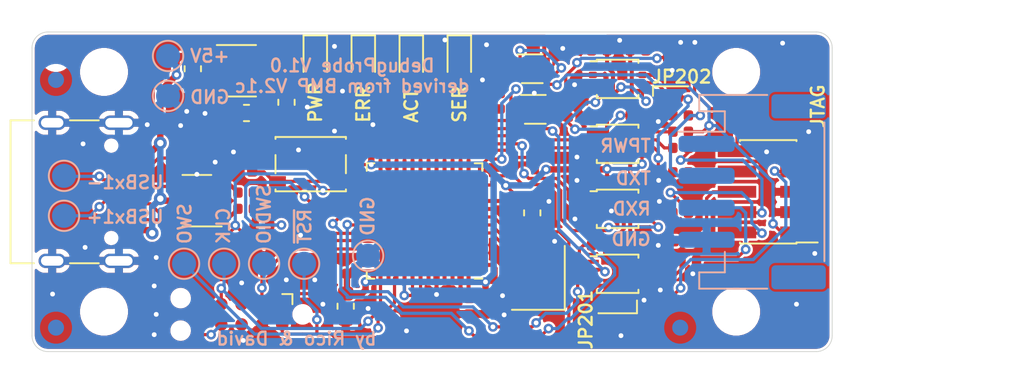
<source format=kicad_pcb>
(kicad_pcb (version 20171130) (host pcbnew "(5.1.5)-3")
  (layers (0 F.Cu signal) (31 B.Cu signal) (34 B.Paste user hide) (35 F.Paste user hide) (36 B.SilkS user) (37 F.SilkS user hide) (38 B.Mask user hide) (39 F.Mask user hide) (44 Edge.Cuts user hide))
  (net 0 "")
  (net 1 GND)
  (net 2 +5V)
  (net 3 "Net-(C102-Pad1)")
  (net 4 +3V3)
  (net 5 xTPWR)
  (net 6 /Sheet5F25207C/~RST)
  (net 7 "Net-(C309-Pad1)")
  (net 8 /Sheet5F25207C/LED0)
  (net 9 /Sheet5F25207C/LED1)
  (net 10 RST)
  (net 11 TDI)
  (net 12 KEY)
  (net 13 TDO)
  (net 14 TCK)
  (net 15 TMS)
  (net 16 TPWR)
  (net 17 /Sheet5F21D67E/RXD)
  (net 18 /Sheet5F21D67E/TXD)
  (net 19 "Net-(J301-PadB5)")
  (net 20 /Sheet5F25207C/USBx1+)
  (net 21 "Net-(J301-PadA5)")
  (net 22 /Sheet5F25207C/USBx1-)
  (net 23 /Sheet5F25207C/TRACESWO)
  (net 24 /Sheet5F25207C/SWDCLK)
  (net 25 /Sheet5F25207C/SDWIO)
  (net 26 xKEY)
  (net 27 xRXD)
  (net 28 xTDI)
  (net 29 xTXD)
  (net 30 PWR_BR)
  (net 31 "Net-(Q201-Pad1)")
  (net 32 xRST)
  (net 33 iRST)
  (net 34 iRST_SENSE)
  (net 35 xTMS)
  (net 36 xTCK)
  (net 37 xTDO)
  (net 38 /Sheet5F25207C/USBx2+)
  (net 39 /Sheet5F25207C/VBUS)
  (net 40 /Sheet5F25207C/USBx2-)
  (net 41 "Net-(R309-Pad2)")
  (net 42 "Net-(R310-Pad2)")
  (net 43 iTXD)
  (net 44 iTDI)
  (net 45 iTCK)
  (net 46 iRXD)
  (net 47 iTDO)
  (net 48 iTMS_DIR)
  (net 49 iTMS)
  (net 50 /Sheet5F25207C/HSE_OUT)
  (net 51 /Sheet5F25207C/HSE_IN)
  (net 52 "Net-(D301-Pad2)")
  (net 53 "Net-(D302-Pad2)")
  (net 54 "Net-(D303-Pad2)")
  (net 55 "Net-(D304-Pad2)")
  (net 56 /Sheet5F25207C/USB_P)
  (net 57 /Sheet5F25207C/USB_N)
  (net 58 /Sheet5F25207C/LED2)
  (module TestPoint:TestPoint_Pad_D1.5mm (layer B.Cu) (at 141 134 90)
    (fp_text reference TP309 hide)
    (fp_text value GND (at 1.158 -0.03 90) (layer B.SilkS) (effects (font (size 0.8 0.8)) (justify right mirror)))
    (pad 1 smd circle (at 0 0 90) (size 1.5 1.5) (layers B.Cu B.Mask) (net 1 GND))
  )
  (module TestPoint:TestPoint_Pad_D1.5mm (layer B.Cu) (at 134.5 134.5 180)
    (fp_text reference TP308 hide)
    (fp_text value SWDIO (at 0.007 1.15 270) (layer B.SilkS) (effects (font (size 0.8 0.8)) (justify right mirror)))
    (pad 1 smd circle (at 0 0 180) (size 1.5 1.5) (layers B.Cu B.Mask) (net 25 /Sheet5F25207C/SDWIO))
  )
  (module TestPoint:TestPoint_Pad_D1.5mm (layer B.Cu) (at 132 134.5 90)
    (fp_text reference TP307 hide)
    (fp_text value CLK (at 1.15 -0.047 90) (layer B.SilkS) (effects (font (size 0.8 0.8)) (justify right mirror)))
    (pad 1 smd circle (at 0 0 90) (size 1.5 1.5) (layers B.Cu B.Mask) (net 24 /Sheet5F25207C/SWDCLK))
  )
  (module TestPoint:TestPoint_Pad_D1.5mm (layer B.Cu) (at 129.5 134.5 90)
    (fp_text reference TP306 hide)
    (fp_text value SWO (at 1.15 0.04 90) (layer B.SilkS) (effects (font (size 0.8 0.8)) (justify right mirror)))
    (pad 1 smd circle (at 0 0 90) (size 1.5 1.5) (layers B.Cu B.Mask) (net 23 /Sheet5F25207C/TRACESWO))
  )
  (module TestPoint:TestPoint_Pad_D1.5mm (layer B.Cu) (at 128.5 124 90)
    (fp_text reference TP305 hide)
    (fp_text value GND (at -0.079 1.294 180) (layer B.SilkS) (effects (font (size 0.8 0.8)) (justify right mirror)))
    (pad 1 smd circle (at 0 0 90) (size 1.5 1.5) (layers B.Cu B.Mask) (net 1 GND))
  )
  (module TestPoint:TestPoint_Pad_D1.5mm (layer B.Cu) (at 122 131.5 90)
    (fp_text reference TP304 hide)
    (fp_text value USBx1+ (at -0.072 1.317 180) (layer B.SilkS) (effects (font (size 0.8 0.8)) (justify right mirror)))
    (pad 1 smd circle (at 0 0 90) (size 1.5 1.5) (layers B.Cu B.Mask) (net 20 /Sheet5F25207C/USBx1+))
  )
  (module TestPoint:TestPoint_Pad_D1.5mm (layer B.Cu) (at 122 129 90)
    (fp_text reference TP303 hide)
    (fp_text value USBx1- (at -0.413 1.317) (layer B.SilkS) (effects (font (size 0.8 0.8)) (justify right mirror)))
    (pad 1 smd circle (at 0 0 90) (size 1.5 1.5) (layers B.Cu B.Mask) (net 22 /Sheet5F25207C/USBx1-))
  )
  (module TestPoint:TestPoint_Pad_D1.5mm (layer B.Cu) (at 128.5 121.5 90)
    (fp_text reference TP302 hide)
    (fp_text value +5V (at 0 1.294 180) (layer B.SilkS) (effects (font (size 0.8 0.8)) (justify right mirror)))
    (pad 1 smd circle (at 0 0 90) (size 1.5 1.5) (layers B.Cu B.Mask) (net 2 +5V))
  )
  (module TestPoint:TestPoint_Pad_D1.5mm (layer B.Cu) (at 137 134.5 90)
    (fp_text reference TP301 hide)
    (fp_text value ~RST (at 1.15 0.033 90) (layer B.SilkS) (effects (font (size 0.8 0.8)) (justify right mirror)))
    (pad 1 smd circle (at 0 0 90) (size 1.5 1.5) (layers B.Cu B.Mask) (net 6 /Sheet5F25207C/~RST))
  )
  (module MountingHole:MountingHole_2.7mm_M2.5_DIN965 (layer F.Cu) (at 164 122.5)
    (fp_text reference H4 hide)
    (fp_text value MountingHole)
    (pad 1 np_thru_hole circle (at 0 0) (size 2.7 2.7) (drill 2.7) (layers *.Cu *.Mask))
  )
  (module MountingHole:MountingHole_2.7mm_M2.5_DIN965 (layer F.Cu) (at 164 137.5)
    (fp_text reference H3 hide)
    (fp_text value MountingHole)
    (pad 1 np_thru_hole circle (at 0 0) (size 2.7 2.7) (drill 2.7) (layers *.Cu *.Mask))
  )
  (module MountingHole:MountingHole_2.7mm_M2.5_DIN965 (layer F.Cu) (at 124.5 122.5)
    (fp_text reference H2 hide)
    (fp_text value MountingHole)
    (pad 1 np_thru_hole circle (at 0 0) (size 2.7 2.7) (drill 2.7) (layers *.Cu *.Mask))
  )
  (module MountingHole:MountingHole_2.7mm_M2.5_DIN965 (layer F.Cu) (at 124.5 137.5)
    (fp_text reference H1 hide)
    (fp_text value MountingHole)
    (pad 1 np_thru_hole circle (at 0 0) (size 2.7 2.7) (drill 2.7) (layers *.Cu *.Mask))
  )
  (module Fiducial:Fiducial_1mm_Mask2mm (layer B.Cu) (at 121.5 138.5)
    (fp_text reference FID6 hide)
    (fp_text value Fiducial)
    (pad "" smd circle (at 0 0) (size 1 1) (layers B.Cu B.Mask) (clearance 0.5))
  )
  (module Fiducial:Fiducial_1mm_Mask2mm (layer B.Cu) (at 160.5 138.5)
    (fp_text reference FID5 hide)
    (fp_text value Fiducial)
    (pad "" smd circle (at 0 0) (size 1 1) (layers B.Cu B.Mask) (clearance 0.5))
  )
  (module Fiducial:Fiducial_1mm_Mask2mm (layer B.Cu) (at 121.5 123)
    (fp_text reference FID4 hide)
    (fp_text value Fiducial)
    (pad "" smd circle (at 0 0) (size 1 1) (layers B.Cu B.Mask) (clearance 0.5))
  )
  (module Fiducial:Fiducial_1mm_Mask2mm (layer F.Cu) (at 168.5 121.5)
    (fp_text reference FID3 hide)
    (fp_text value Fiducial)
    (pad "" smd circle (at 0 0) (size 1 1) (layers F.Cu F.Mask) (clearance 0.5))
  )
  (module Fiducial:Fiducial_1mm_Mask2mm (layer F.Cu) (at 168.5 138.5)
    (fp_text reference FID2 hide)
    (fp_text value Fiducial)
    (pad "" smd circle (at 0 0) (size 1 1) (layers F.Cu F.Mask) (clearance 0.5))
  )
  (module Fiducial:Fiducial_1mm_Mask2mm (layer F.Cu) (at 121.5 121.5)
    (fp_text reference FID1 hide)
    (fp_text value Fiducial)
    (pad "" smd circle (at 0 0) (size 1 1) (layers F.Cu F.Mask) (clearance 0.5))
  )
  (module Connector_JST:JST_PH_S4B-PH-SM4-TB_1x04-1MP_P2.00mm_Horizontal (layer B.Cu) (at 165 130 270)
    (fp_text reference J202 hide)
    (fp_text value PH1x4)
    (pad MP smd roundrect (at 5.35 -2.9 270) (size 1.5 3.4) (layers B.Cu B.Paste B.Mask) (roundrect_rratio 0.166667))
    (pad MP smd roundrect (at -5.35 -2.9 270) (size 1.5 3.4) (layers B.Cu B.Paste B.Mask) (roundrect_rratio 0.166667))
    (pad 4 smd roundrect (at 3 2.85 270) (size 1 3.5) (layers B.Cu B.Paste B.Mask) (net 1 GND))
    (pad 3 smd roundrect (at 1 2.85 270) (size 1 3.5) (layers B.Cu B.Paste B.Mask) (net 17 /Sheet5F21D67E/RXD))
    (pad 2 smd roundrect (at -1 2.85 270) (size 1 3.5) (layers B.Cu B.Paste B.Mask) (net 18 /Sheet5F21D67E/TXD))
    (pad 1 smd roundrect (at -3 2.85 270) (size 1 3.5) (layers B.Cu B.Paste B.Mask) (net 16 TPWR))
  )
  (module Button_Switch_SMD:SW_SPST_PTS810 (layer F.Cu) (at 137.414 128.27 180)
    (fp_text reference SW301 hide)
    (fp_text value SW_DIP_x01)
    (pad 2 smd rect (at 2.075 1.075 180) (size 1.05 0.65) (layers F.Cu F.Paste F.Mask) (net 1 GND))
    (pad 2 smd rect (at -2.075 1.075 180) (size 1.05 0.65) (layers F.Cu F.Paste F.Mask) (net 1 GND))
    (pad 1 smd rect (at 2.075 -1.075 180) (size 1.05 0.65) (layers F.Cu F.Paste F.Mask) (net 42 "Net-(R310-Pad2)"))
    (pad 1 smd rect (at -2.075 -1.075 180) (size 1.05 0.65) (layers F.Cu F.Paste F.Mask) (net 42 "Net-(R310-Pad2)"))
  )
  (module Crystal:Crystal_SMD_3225-4Pin_3.2x2.5mm (layer F.Cu) (at 151.638 135.382 90)
    (fp_text reference Y301 hide)
    (fp_text value 8MHz)
    (pad 4 smd rect (at -1.1 -0.85 90) (size 1.4 1.2) (layers F.Cu F.Paste F.Mask) (net 1 GND))
    (pad 3 smd rect (at 1.1 -0.85 90) (size 1.4 1.2) (layers F.Cu F.Paste F.Mask) (net 50 /Sheet5F25207C/HSE_OUT))
    (pad 2 smd rect (at 1.1 0.85 90) (size 1.4 1.2) (layers F.Cu F.Paste F.Mask) (net 1 GND))
    (pad 1 smd rect (at -1.1 0.85 90) (size 1.4 1.2) (layers F.Cu F.Paste F.Mask) (net 51 /Sheet5F25207C/HSE_IN))
  )
  (module Package_DFN_QFN:QFN-48-1EP_7x7mm_P0.5mm_EP5.6x5.6mm (layer F.Cu) (at 144.526 131.826 180)
    (fp_text reference U302 hide)
    (fp_text value STM32F103CBUx)
    (pad 49 smd rect (at 0 0 180) (size 5.6 5.6) (layers F.Cu F.Mask) (net 1 GND))
    (pad 48 smd roundrect (at -2.75 -3.4375 180) (size 0.25 0.875) (layers F.Cu F.Paste F.Mask) (net 4 +3V3))
    (pad 47 smd roundrect (at -2.25 -3.4375 180) (size 0.25 0.875) (layers F.Cu F.Paste F.Mask) (net 1 GND))
    (pad 46 smd roundrect (at -1.75 -3.4375 180) (size 0.25 0.875) (layers F.Cu F.Paste F.Mask))
    (pad 45 smd roundrect (at -1.25 -3.4375 180) (size 0.25 0.875) (layers F.Cu F.Paste F.Mask))
    (pad 44 smd roundrect (at -0.75 -3.4375 180) (size 0.25 0.875) (layers F.Cu F.Paste F.Mask) (net 1 GND))
    (pad 43 smd roundrect (at -0.25 -3.4375 180) (size 0.25 0.875) (layers F.Cu F.Paste F.Mask))
    (pad 42 smd roundrect (at 0.25 -3.4375 180) (size 0.25 0.875) (layers F.Cu F.Paste F.Mask) (net 4 +3V3))
    (pad 41 smd roundrect (at 0.75 -3.4375 180) (size 0.25 0.875) (layers F.Cu F.Paste F.Mask) (net 4 +3V3))
    (pad 40 smd roundrect (at 1.25 -3.4375 180) (size 0.25 0.875) (layers F.Cu F.Paste F.Mask) (net 4 +3V3))
    (pad 39 smd roundrect (at 1.75 -3.4375 180) (size 0.25 0.875) (layers F.Cu F.Paste F.Mask) (net 23 /Sheet5F25207C/TRACESWO))
    (pad 38 smd roundrect (at 2.25 -3.4375 180) (size 0.25 0.875) (layers F.Cu F.Paste F.Mask))
    (pad 37 smd roundrect (at 2.75 -3.4375 180) (size 0.25 0.875) (layers F.Cu F.Paste F.Mask) (net 24 /Sheet5F25207C/SWDCLK))
    (pad 36 smd roundrect (at 3.4375 -2.75 180) (size 0.875 0.25) (layers F.Cu F.Paste F.Mask) (net 4 +3V3))
    (pad 35 smd roundrect (at 3.4375 -2.25 180) (size 0.875 0.25) (layers F.Cu F.Paste F.Mask) (net 1 GND))
    (pad 34 smd roundrect (at 3.4375 -1.75 180) (size 0.875 0.25) (layers F.Cu F.Paste F.Mask) (net 25 /Sheet5F25207C/SDWIO))
    (pad 33 smd roundrect (at 3.4375 -1.25 180) (size 0.875 0.25) (layers F.Cu F.Paste F.Mask) (net 56 /Sheet5F25207C/USB_P))
    (pad 32 smd roundrect (at 3.4375 -0.75 180) (size 0.875 0.25) (layers F.Cu F.Paste F.Mask) (net 57 /Sheet5F25207C/USB_N))
    (pad 31 smd roundrect (at 3.4375 -0.25 180) (size 0.875 0.25) (layers F.Cu F.Paste F.Mask) (net 46 iRXD))
    (pad 30 smd roundrect (at 3.4375 0.25 180) (size 0.875 0.25) (layers F.Cu F.Paste F.Mask) (net 43 iTXD))
    (pad 29 smd roundrect (at 3.4375 0.75 180) (size 0.875 0.25) (layers F.Cu F.Paste F.Mask) (net 41 "Net-(R309-Pad2)"))
    (pad 28 smd roundrect (at 3.4375 1.25 180) (size 0.875 0.25) (layers F.Cu F.Paste F.Mask))
    (pad 27 smd roundrect (at 3.4375 1.75 180) (size 0.875 0.25) (layers F.Cu F.Paste F.Mask))
    (pad 26 smd roundrect (at 3.4375 2.25 180) (size 0.875 0.25) (layers F.Cu F.Paste F.Mask) (net 39 /Sheet5F25207C/VBUS))
    (pad 25 smd roundrect (at 3.4375 2.75 180) (size 0.875 0.25) (layers F.Cu F.Paste F.Mask) (net 42 "Net-(R310-Pad2)"))
    (pad 24 smd roundrect (at 2.75 3.4375 180) (size 0.25 0.875) (layers F.Cu F.Paste F.Mask) (net 4 +3V3))
    (pad 23 smd roundrect (at 2.25 3.4375 180) (size 0.25 0.875) (layers F.Cu F.Paste F.Mask) (net 1 GND))
    (pad 22 smd roundrect (at 1.75 3.4375 180) (size 0.25 0.875) (layers F.Cu F.Paste F.Mask) (net 58 /Sheet5F25207C/LED2))
    (pad 21 smd roundrect (at 1.25 3.4375 180) (size 0.25 0.875) (layers F.Cu F.Paste F.Mask) (net 9 /Sheet5F25207C/LED1))
    (pad 20 smd roundrect (at 0.75 3.4375 180) (size 0.25 0.875) (layers F.Cu F.Paste F.Mask) (net 8 /Sheet5F25207C/LED0))
    (pad 19 smd roundrect (at 0.25 3.4375 180) (size 0.25 0.875) (layers F.Cu F.Paste F.Mask) (net 30 PWR_BR))
    (pad 18 smd roundrect (at -0.25 3.4375 180) (size 0.25 0.875) (layers F.Cu F.Paste F.Mask) (net 7 "Net-(C309-Pad1)"))
    (pad 17 smd roundrect (at -0.75 3.4375 180) (size 0.25 0.875) (layers F.Cu F.Paste F.Mask) (net 34 iRST_SENSE))
    (pad 16 smd roundrect (at -1.25 3.4375 180) (size 0.25 0.875) (layers F.Cu F.Paste F.Mask) (net 47 iTDO))
    (pad 15 smd roundrect (at -1.75 3.4375 180) (size 0.25 0.875) (layers F.Cu F.Paste F.Mask) (net 45 iTCK))
    (pad 14 smd roundrect (at -2.25 3.4375 180) (size 0.25 0.875) (layers F.Cu F.Paste F.Mask) (net 49 iTMS))
    (pad 13 smd roundrect (at -2.75 3.4375 180) (size 0.25 0.875) (layers F.Cu F.Paste F.Mask) (net 44 iTDI))
    (pad 12 smd roundrect (at -3.4375 2.75 180) (size 0.875 0.25) (layers F.Cu F.Paste F.Mask) (net 33 iRST))
    (pad 11 smd roundrect (at -3.4375 2.25 180) (size 0.875 0.25) (layers F.Cu F.Paste F.Mask) (net 48 iTMS_DIR))
    (pad 10 smd roundrect (at -3.4375 1.75 180) (size 0.875 0.25) (layers F.Cu F.Paste F.Mask))
    (pad 9 smd roundrect (at -3.4375 1.25 180) (size 0.875 0.25) (layers F.Cu F.Paste F.Mask) (net 4 +3V3))
    (pad 8 smd roundrect (at -3.4375 0.75 180) (size 0.875 0.25) (layers F.Cu F.Paste F.Mask) (net 1 GND))
    (pad 7 smd roundrect (at -3.4375 0.25 180) (size 0.875 0.25) (layers F.Cu F.Paste F.Mask) (net 6 /Sheet5F25207C/~RST))
    (pad 6 smd roundrect (at -3.4375 -0.25 180) (size 0.875 0.25) (layers F.Cu F.Paste F.Mask) (net 50 /Sheet5F25207C/HSE_OUT))
    (pad 5 smd roundrect (at -3.4375 -0.75 180) (size 0.875 0.25) (layers F.Cu F.Paste F.Mask) (net 51 /Sheet5F25207C/HSE_IN))
    (pad 4 smd roundrect (at -3.4375 -1.25 180) (size 0.875 0.25) (layers F.Cu F.Paste F.Mask))
    (pad 3 smd roundrect (at -3.4375 -1.75 180) (size 0.875 0.25) (layers F.Cu F.Paste F.Mask))
    (pad 2 smd roundrect (at -3.4375 -2.25 180) (size 0.875 0.25) (layers F.Cu F.Paste F.Mask))
    (pad 1 smd roundrect (at -3.4375 -2.75 180) (size 0.875 0.25) (layers F.Cu F.Paste F.Mask) (net 4 +3V3))
  )
  (module Package_TO_SOT_SMD:SOT-23-6 (layer F.Cu) (at 130.302 130.556 180)
    (fp_text reference U301 hide)
    (fp_text value USBLC6-2SC6)
    (pad 5 smd rect (at 1.1 0 180) (size 1.06 0.65) (layers F.Cu F.Paste F.Mask) (net 2 +5V))
    (pad 6 smd rect (at 1.1 -0.95 180) (size 1.06 0.65) (layers F.Cu F.Paste F.Mask) (net 20 /Sheet5F25207C/USBx1+))
    (pad 4 smd rect (at 1.1 0.95 180) (size 1.06 0.65) (layers F.Cu F.Paste F.Mask) (net 22 /Sheet5F25207C/USBx1-))
    (pad 3 smd rect (at -1.1 0.95 180) (size 1.06 0.65) (layers F.Cu F.Paste F.Mask) (net 40 /Sheet5F25207C/USBx2-))
    (pad 2 smd rect (at -1.1 0 180) (size 1.06 0.65) (layers F.Cu F.Paste F.Mask) (net 1 GND))
    (pad 1 smd rect (at -1.1 -0.95 180) (size 1.06 0.65) (layers F.Cu F.Paste F.Mask) (net 38 /Sheet5F25207C/USBx2+))
  )
  (module Package_SO:VSSOP-8_2.4x2.1mm_P0.5mm (layer F.Cu) (at 156.591 131.064)
    (fp_text reference U204 hide)
    (fp_text value SN74LVC2T45DCUR)
    (pad 8 smd rect (at 1.55 -0.75) (size 0.75 0.25) (layers F.Cu F.Paste F.Mask) (net 5 xTPWR))
    (pad 7 smd rect (at 1.55 -0.25) (size 0.75 0.25) (layers F.Cu F.Paste F.Mask) (net 1 GND))
    (pad 6 smd rect (at 1.55 0.25) (size 0.75 0.25) (layers F.Cu F.Paste F.Mask) (net 35 xTMS))
    (pad 5 smd rect (at 1.55 0.75) (size 0.75 0.25) (layers F.Cu F.Paste F.Mask) (net 48 iTMS_DIR))
    (pad 4 smd rect (at -1.55 0.75) (size 0.75 0.25) (layers F.Cu F.Paste F.Mask) (net 1 GND))
    (pad 3 smd rect (at -1.55 0.25) (size 0.75 0.25) (layers F.Cu F.Paste F.Mask) (net 49 iTMS))
    (pad 2 smd rect (at -1.55 -0.25) (size 0.75 0.25) (layers F.Cu F.Paste F.Mask) (net 1 GND))
    (pad 1 smd rect (at -1.55 -0.75) (size 0.75 0.25) (layers F.Cu F.Paste F.Mask) (net 4 +3V3))
  )
  (module Package_SO:VSSOP-8_2.4x2.1mm_P0.5mm (layer F.Cu) (at 156.591 135.128)
    (fp_text reference U203 hide)
    (fp_text value SN74LVC2T45DCUR)
    (pad 8 smd rect (at 1.55 -0.75) (size 0.75 0.25) (layers F.Cu F.Paste F.Mask) (net 5 xTPWR))
    (pad 7 smd rect (at 1.55 -0.25) (size 0.75 0.25) (layers F.Cu F.Paste F.Mask) (net 37 xTDO))
    (pad 6 smd rect (at 1.55 0.25) (size 0.75 0.25) (layers F.Cu F.Paste F.Mask) (net 27 xRXD))
    (pad 5 smd rect (at 1.55 0.75) (size 0.75 0.25) (layers F.Cu F.Paste F.Mask) (net 1 GND))
    (pad 4 smd rect (at -1.55 0.75) (size 0.75 0.25) (layers F.Cu F.Paste F.Mask) (net 1 GND))
    (pad 3 smd rect (at -1.55 0.25) (size 0.75 0.25) (layers F.Cu F.Paste F.Mask) (net 46 iRXD))
    (pad 2 smd rect (at -1.55 -0.25) (size 0.75 0.25) (layers F.Cu F.Paste F.Mask) (net 47 iTDO))
    (pad 1 smd rect (at -1.55 -0.75) (size 0.75 0.25) (layers F.Cu F.Paste F.Mask) (net 4 +3V3))
  )
  (module Package_SO:VSSOP-8_2.4x2.1mm_P0.5mm (layer F.Cu) (at 156.591 127)
    (fp_text reference U202 hide)
    (fp_text value SN74LVC2T45DCUR)
    (pad 8 smd rect (at 1.55 -0.75) (size 0.75 0.25) (layers F.Cu F.Paste F.Mask) (net 5 xTPWR))
    (pad 7 smd rect (at 1.55 -0.25) (size 0.75 0.25) (layers F.Cu F.Paste F.Mask) (net 36 xTCK))
    (pad 6 smd rect (at 1.55 0.25) (size 0.75 0.25) (layers F.Cu F.Paste F.Mask) (net 28 xTDI))
    (pad 5 smd rect (at 1.55 0.75) (size 0.75 0.25) (layers F.Cu F.Paste F.Mask) (net 4 +3V3))
    (pad 4 smd rect (at -1.55 0.75) (size 0.75 0.25) (layers F.Cu F.Paste F.Mask) (net 1 GND))
    (pad 3 smd rect (at -1.55 0.25) (size 0.75 0.25) (layers F.Cu F.Paste F.Mask) (net 44 iTDI))
    (pad 2 smd rect (at -1.55 -0.25) (size 0.75 0.25) (layers F.Cu F.Paste F.Mask) (net 45 iTCK))
    (pad 1 smd rect (at -1.55 -0.75) (size 0.75 0.25) (layers F.Cu F.Paste F.Mask) (net 4 +3V3))
  )
  (module Package_SO:VSSOP-8_2.4x2.1mm_P0.5mm (layer F.Cu) (at 156.591 122.936)
    (fp_text reference U201 hide)
    (fp_text value SN74LVC2T45DCUR)
    (pad 8 smd rect (at 1.55 -0.75) (size 0.75 0.25) (layers F.Cu F.Paste F.Mask) (net 5 xTPWR))
    (pad 7 smd rect (at 1.55 -0.25) (size 0.75 0.25) (layers F.Cu F.Paste F.Mask) (net 1 GND))
    (pad 6 smd rect (at 1.55 0.25) (size 0.75 0.25) (layers F.Cu F.Paste F.Mask) (net 29 xTXD))
    (pad 5 smd rect (at 1.55 0.75) (size 0.75 0.25) (layers F.Cu F.Paste F.Mask) (net 4 +3V3))
    (pad 4 smd rect (at -1.55 0.75) (size 0.75 0.25) (layers F.Cu F.Paste F.Mask) (net 1 GND))
    (pad 3 smd rect (at -1.55 0.25) (size 0.75 0.25) (layers F.Cu F.Paste F.Mask) (net 43 iTXD))
    (pad 2 smd rect (at -1.55 -0.25) (size 0.75 0.25) (layers F.Cu F.Paste F.Mask) (net 1 GND))
    (pad 1 smd rect (at -1.55 -0.75) (size 0.75 0.25) (layers F.Cu F.Paste F.Mask) (net 4 +3V3))
  )
  (module Package_TO_SOT_SMD:SOT-23-5 (layer F.Cu) (at 133.096 122.428)
    (fp_text reference U101 hide)
    (fp_text value LP2985-3.3)
    (pad 5 smd rect (at 1.1 -0.95) (size 1.06 0.65) (layers F.Cu F.Paste F.Mask) (net 4 +3V3))
    (pad 4 smd rect (at 1.1 0.95) (size 1.06 0.65) (layers F.Cu F.Paste F.Mask) (net 3 "Net-(C102-Pad1)"))
    (pad 3 smd rect (at -1.1 0.95) (size 1.06 0.65) (layers F.Cu F.Paste F.Mask) (net 2 +5V))
    (pad 2 smd rect (at -1.1 0) (size 1.06 0.65) (layers F.Cu F.Paste F.Mask) (net 1 GND))
    (pad 1 smd rect (at -1.1 -0.95) (size 1.06 0.65) (layers F.Cu F.Paste F.Mask) (net 2 +5V))
  )
  (module Resistor_SMD:R_0402_1005Metric (layer F.Cu) (at 141.9 124.5 90)
    (fp_text reference R314 hide)
    (fp_text value 330)
    (pad 2 smd roundrect (at 0.485 0 90) (size 0.59 0.64) (layers F.Cu F.Paste F.Mask) (net 55 "Net-(D304-Pad2)"))
    (pad 1 smd roundrect (at -0.485 0 90) (size 0.59 0.64) (layers F.Cu F.Paste F.Mask) (net 58 /Sheet5F25207C/LED2))
  )
  (module Resistor_SMD:R_0402_1005Metric (layer F.Cu) (at 142.2 121.7 90)
    (fp_text reference R313 hide)
    (fp_text value 330)
    (pad 2 smd roundrect (at 0.485 0 90) (size 0.59 0.64) (layers F.Cu F.Paste F.Mask) (net 54 "Net-(D303-Pad2)"))
    (pad 1 smd roundrect (at -0.485 0 90) (size 0.59 0.64) (layers F.Cu F.Paste F.Mask) (net 9 /Sheet5F25207C/LED1))
  )
  (module Resistor_SMD:R_0402_1005Metric (layer F.Cu) (at 145.3 121.9 90)
    (fp_text reference R312 hide)
    (fp_text value 330)
    (pad 2 smd roundrect (at 0.485 0 90) (size 0.59 0.64) (layers F.Cu F.Paste F.Mask) (net 53 "Net-(D302-Pad2)"))
    (pad 1 smd roundrect (at -0.485 0 90) (size 0.59 0.64) (layers F.Cu F.Paste F.Mask) (net 8 /Sheet5F25207C/LED0))
  )
  (module Resistor_SMD:R_0402_1005Metric (layer F.Cu) (at 135.9 121.6 90)
    (fp_text reference R311 hide)
    (fp_text value 330)
    (pad 2 smd roundrect (at 0.485 0 90) (size 0.59 0.64) (layers F.Cu F.Paste F.Mask) (net 52 "Net-(D301-Pad2)"))
    (pad 1 smd roundrect (at -0.485 0 90) (size 0.59 0.64) (layers F.Cu F.Paste F.Mask) (net 4 +3V3))
  )
  (module Resistor_SMD:R_0402_1005Metric (layer F.Cu) (at 133.7564 128.27 270)
    (fp_text reference R310 hide)
    (fp_text value 10k)
    (pad 2 smd roundrect (at 0.485 0 270) (size 0.59 0.64) (layers F.Cu F.Paste F.Mask) (net 42 "Net-(R310-Pad2)"))
    (pad 1 smd roundrect (at -0.485 0 270) (size 0.59 0.64) (layers F.Cu F.Paste F.Mask) (net 4 +3V3))
  )
  (module Resistor_SMD:R_0402_1005Metric (layer F.Cu) (at 134.366 132.08)
    (fp_text reference R309 hide)
    (fp_text value 1k5)
    (pad 2 smd roundrect (at 0.485 0) (size 0.59 0.64) (layers F.Cu F.Paste F.Mask) (net 41 "Net-(R309-Pad2)"))
    (pad 1 smd roundrect (at -0.485 0) (size 0.59 0.64) (layers F.Cu F.Paste F.Mask) (net 56 /Sheet5F25207C/USB_P))
  )
  (module Resistor_SMD:R_0402_1005Metric (layer F.Cu) (at 134.366 133.096)
    (fp_text reference R308 hide)
    (fp_text value 10k)
    (pad 2 smd roundrect (at 0.485 0) (size 0.59 0.64) (layers F.Cu F.Paste F.Mask) (net 1 GND))
    (pad 1 smd roundrect (at -0.485 0) (size 0.59 0.64) (layers F.Cu F.Paste F.Mask) (net 39 /Sheet5F25207C/VBUS))
  )
  (module Resistor_SMD:R_0402_1005Metric (layer F.Cu) (at 129.159 127.889)
    (fp_text reference R307 hide)
    (fp_text value 5k1)
    (pad 2 smd roundrect (at 0.485 0) (size 0.59 0.64) (layers F.Cu F.Paste F.Mask) (net 1 GND))
    (pad 1 smd roundrect (at -0.485 0) (size 0.59 0.64) (layers F.Cu F.Paste F.Mask) (net 21 "Net-(J301-PadA5)"))
  )
  (module Resistor_SMD:R_0402_1005Metric (layer F.Cu) (at 129.032 132.969)
    (fp_text reference R306 hide)
    (fp_text value 5k1)
    (pad 2 smd roundrect (at 0.485 0) (size 0.59 0.64) (layers F.Cu F.Paste F.Mask) (net 1 GND))
    (pad 1 smd roundrect (at -0.485 0) (size 0.59 0.64) (layers F.Cu F.Paste F.Mask) (net 19 "Net-(J301-PadB5)"))
  )
  (module Resistor_SMD:R_0402_1005Metric (layer F.Cu) (at 145.4 124.333 90)
    (fp_text reference R305 hide)
    (fp_text value 10k)
    (pad 2 smd roundrect (at 0.485 0 90) (size 0.59 0.64) (layers F.Cu F.Paste F.Mask) (net 1 GND))
    (pad 1 smd roundrect (at -0.485 0 90) (size 0.59 0.64) (layers F.Cu F.Paste F.Mask) (net 7 "Net-(C309-Pad1)"))
  )
  (module Resistor_SMD:R_0402_1005Metric (layer F.Cu) (at 149.225 124.333 270)
    (fp_text reference R304 hide)
    (fp_text value 4k7)
    (pad 2 smd roundrect (at 0.485 0 270) (size 0.59 0.64) (layers F.Cu F.Paste F.Mask) (net 7 "Net-(C309-Pad1)"))
    (pad 1 smd roundrect (at -0.485 0 270) (size 0.59 0.64) (layers F.Cu F.Paste F.Mask) (net 16 TPWR))
  )
  (module Resistor_SMD:R_0402_1005Metric (layer F.Cu) (at 133.35 130.048 180)
    (fp_text reference R303 hide)
    (fp_text value 22)
    (pad 2 smd roundrect (at 0.485 0 180) (size 0.59 0.64) (layers F.Cu F.Paste F.Mask) (net 40 /Sheet5F25207C/USBx2-))
    (pad 1 smd roundrect (at -0.485 0 180) (size 0.59 0.64) (layers F.Cu F.Paste F.Mask) (net 57 /Sheet5F25207C/USB_N))
  )
  (module Resistor_SMD:R_0402_1005Metric (layer F.Cu) (at 131.318 133.096)
    (fp_text reference R302 hide)
    (fp_text value 4k7)
    (pad 2 smd roundrect (at 0.485 0) (size 0.59 0.64) (layers F.Cu F.Paste F.Mask) (net 39 /Sheet5F25207C/VBUS))
    (pad 1 smd roundrect (at -0.485 0) (size 0.59 0.64) (layers F.Cu F.Paste F.Mask) (net 2 +5V))
  )
  (module Resistor_SMD:R_0402_1005Metric (layer F.Cu) (at 133.35 131.064 180)
    (fp_text reference R301 hide)
    (fp_text value 22)
    (pad 2 smd roundrect (at 0.485 0 180) (size 0.59 0.64) (layers F.Cu F.Paste F.Mask) (net 38 /Sheet5F25207C/USBx2+))
    (pad 1 smd roundrect (at -0.485 0 180) (size 0.59 0.64) (layers F.Cu F.Paste F.Mask) (net 56 /Sheet5F25207C/USB_P))
  )
  (module Resistor_SMD:R_0402_1005Metric (layer F.Cu) (at 153.4795 124.841 270)
    (fp_text reference R211 hide)
    (fp_text value 10k)
    (pad 2 smd roundrect (at 0.485 0 270) (size 0.59 0.64) (layers F.Cu F.Paste F.Mask) (net 5 xTPWR))
    (pad 1 smd roundrect (at -0.485 0 270) (size 0.59 0.64) (layers F.Cu F.Paste F.Mask) (net 32 xRST))
  )
  (module Resistor_SMD:R_0402_1005Metric (layer F.Cu) (at 149.225 121.793 270)
    (fp_text reference R210 hide)
    (fp_text value 10k)
    (pad 2 smd roundrect (at 0.485 0 270) (size 0.59 0.64) (layers F.Cu F.Paste F.Mask) (net 30 PWR_BR))
    (pad 1 smd roundrect (at -0.485 0 270) (size 0.59 0.64) (layers F.Cu F.Paste F.Mask) (net 31 "Net-(Q201-Pad1)"))
  )
  (module Resistor_SMD:R_0402_1005Metric (layer F.Cu) (at 161.036 134.3 180)
    (fp_text reference R209 hide)
    (fp_text value 100)
    (pad 2 smd roundrect (at 0.485 0 180) (size 0.59 0.64) (layers F.Cu F.Paste F.Mask) (net 27 xRXD))
    (pad 1 smd roundrect (at -0.485 0 180) (size 0.59 0.64) (layers F.Cu F.Paste F.Mask) (net 17 /Sheet5F21D67E/RXD))
  )
  (module Resistor_SMD:R_0402_1005Metric (layer F.Cu) (at 160.528 125.222 180)
    (fp_text reference R208 hide)
    (fp_text value 100)
    (pad 2 smd roundrect (at 0.485 0 180) (size 0.59 0.64) (layers F.Cu F.Paste F.Mask) (net 29 xTXD))
    (pad 1 smd roundrect (at -0.485 0 180) (size 0.59 0.64) (layers F.Cu F.Paste F.Mask) (net 18 /Sheet5F21D67E/TXD))
  )
  (module Resistor_SMD:R_0402_1005Metric (layer F.Cu) (at 160.2 121.6 180)
    (fp_text reference R207 hide)
    (fp_text value 100)
    (pad 2 smd roundrect (at 0.485 0 180) (size 0.59 0.64) (layers F.Cu F.Paste F.Mask) (net 32 xRST))
    (pad 1 smd roundrect (at -0.485 0 180) (size 0.59 0.64) (layers F.Cu F.Paste F.Mask) (net 10 RST))
  )
  (module Resistor_SMD:R_0402_1005Metric (layer F.Cu) (at 160.528 128.778 180)
    (fp_text reference R206 hide)
    (fp_text value 100)
    (pad 2 smd roundrect (at 0.485 0 180) (size 0.59 0.64) (layers F.Cu F.Paste F.Mask) (net 28 xTDI))
    (pad 1 smd roundrect (at -0.485 0 180) (size 0.59 0.64) (layers F.Cu F.Paste F.Mask) (net 11 TDI))
  )
  (module Resistor_SMD:R_0402_1005Metric (layer F.Cu) (at 156.718 138.049 180)
    (fp_text reference R205 hide)
    (fp_text value 100)
    (pad 2 smd roundrect (at 0.485 0 180) (size 0.59 0.64) (layers F.Cu F.Paste F.Mask) (net 26 xKEY))
    (pad 1 smd roundrect (at -0.485 0 180) (size 0.59 0.64) (layers F.Cu F.Paste F.Mask) (net 12 KEY))
  )
  (module Resistor_SMD:R_0402_1005Metric (layer F.Cu) (at 160.6 133.096 180)
    (fp_text reference R204 hide)
    (fp_text value 100)
    (pad 2 smd roundrect (at 0.485 0 180) (size 0.59 0.64) (layers F.Cu F.Paste F.Mask) (net 37 xTDO))
    (pad 1 smd roundrect (at -0.485 0 180) (size 0.59 0.64) (layers F.Cu F.Paste F.Mask) (net 13 TDO))
  )
  (module Resistor_SMD:R_0402_1005Metric (layer F.Cu) (at 160.528 127.254 180)
    (fp_text reference R203 hide)
    (fp_text value 100)
    (pad 2 smd roundrect (at 0.485 0 180) (size 0.59 0.64) (layers F.Cu F.Paste F.Mask) (net 36 xTCK))
    (pad 1 smd roundrect (at -0.485 0 180) (size 0.59 0.64) (layers F.Cu F.Paste F.Mask) (net 14 TCK))
  )
  (module Resistor_SMD:R_0402_1005Metric (layer F.Cu) (at 160.528 131.318 180)
    (fp_text reference R202 hide)
    (fp_text value 100)
    (pad 2 smd roundrect (at 0.485 0 180) (size 0.59 0.64) (layers F.Cu F.Paste F.Mask) (net 35 xTMS))
    (pad 1 smd roundrect (at -0.485 0 180) (size 0.59 0.64) (layers F.Cu F.Paste F.Mask) (net 15 TMS))
  )
  (module Resistor_SMD:R_0402_1005Metric (layer F.Cu) (at 160.528 126.238 180)
    (fp_text reference R201 hide)
    (fp_text value 100)
    (pad 2 smd roundrect (at 0.485 0 180) (size 0.59 0.64) (layers F.Cu F.Paste F.Mask) (net 5 xTPWR))
    (pad 1 smd roundrect (at -0.485 0 180) (size 0.59 0.64) (layers F.Cu F.Paste F.Mask) (net 16 TPWR))
  )
  (module Package_TO_SOT_SMD:SOT-563 (layer F.Cu) (at 151.4475 124.841)
    (fp_text reference Q203 hide)
    (fp_text value DMG1024UV-7)
    (pad 5 smd rect (at 0.75 0) (size 0.7 0.4) (layers F.Cu F.Paste F.Mask) (net 32 xRST))
    (pad 4 smd rect (at 0.75 0.5) (size 0.7 0.4) (layers F.Cu F.Paste F.Mask) (net 1 GND))
    (pad 2 smd rect (at -0.75 0) (size 0.7 0.4) (layers F.Cu F.Paste F.Mask) (net 33 iRST))
    (pad 6 smd rect (at 0.75 -0.5) (size 0.7 0.4) (layers F.Cu F.Paste F.Mask) (net 32 xRST))
    (pad 3 smd rect (at -0.75 0.5) (size 0.7 0.4) (layers F.Cu F.Paste F.Mask) (net 34 iRST_SENSE))
    (pad 1 smd rect (at -0.75 -0.5) (size 0.7 0.4) (layers F.Cu F.Paste F.Mask) (net 1 GND))
  )
  (module Package_TO_SOT_SMD:SOT-563 (layer F.Cu) (at 151.257 122.301)
    (fp_text reference Q201 hide)
    (fp_text value DMG1023UV-7)
    (pad 5 smd rect (at 0.75 0) (size 0.7 0.4) (layers F.Cu F.Paste F.Mask) (net 30 PWR_BR))
    (pad 4 smd rect (at 0.75 0.5) (size 0.7 0.4) (layers F.Cu F.Paste F.Mask) (net 31 "Net-(Q201-Pad1)"))
    (pad 2 smd rect (at -0.75 0) (size 0.7 0.4) (layers F.Cu F.Paste F.Mask) (net 30 PWR_BR))
    (pad 6 smd rect (at 0.75 -0.5) (size 0.7 0.4) (layers F.Cu F.Paste F.Mask) (net 4 +3V3))
    (pad 3 smd rect (at -0.75 0.5) (size 0.7 0.4) (layers F.Cu F.Paste F.Mask) (net 16 TPWR))
    (pad 1 smd rect (at -0.75 -0.5) (size 0.7 0.4) (layers F.Cu F.Paste F.Mask) (net 31 "Net-(Q201-Pad1)"))
  )
  (module Resistor_SMD:R_0402_1005Metric (layer F.Cu) (at 159.893 124.079)
    (fp_text reference JP202 (at 0.707 -1.279) (layer F.SilkS) (effects (font (size 0.8 0.8))))
    (fp_text value TX-TDI)
    (pad 1 smd roundrect (at -0.485 0) (size 0.59 0.64) (layers F.Cu F.Paste F.Mask) (net 29 xTXD))
    (pad 2 smd roundrect (at 0.485 0) (size 0.59 0.64) (layers F.Cu F.Paste F.Mask) (net 28 xTDI))
  )
  (module Resistor_SMD:R_0402_1005Metric (layer F.Cu) (at 156.718 137.033 180)
    (fp_text reference JP201 (at 2.118 -0.967 270) (layer F.SilkS) (effects (font (size 0.8 0.8))))
    (fp_text value RX-KEY)
    (pad 2 smd roundrect (at 0.485 0 180) (size 0.59 0.64) (layers F.Cu F.Paste F.Mask) (net 26 xKEY))
    (pad 1 smd roundrect (at -0.485 0 180) (size 0.59 0.64) (layers F.Cu F.Paste F.Mask) (net 27 xRXD))
  )
  (module Connector:Tag-Connect_TC2050-IDC-NL_2x05_P1.27mm_Vertical (layer F.Cu) (at 133.096 137.668 180)
    (fp_text reference J302 hide)
    (fp_text value Conn_ARM_JTAG_SWD_10)
    (pad 10 connect circle (at -2.54 -0.635 180) (size 0.7874 0.7874) (layers F.Cu F.Mask) (net 6 /Sheet5F25207C/~RST))
    (pad 9 connect circle (at -1.27 -0.635 180) (size 0.7874 0.7874) (layers F.Cu F.Mask) (net 1 GND))
    (pad 8 connect circle (at 0 -0.635 180) (size 0.7874 0.7874) (layers F.Cu F.Mask))
    (pad 7 connect circle (at 1.27 -0.635 180) (size 0.7874 0.7874) (layers F.Cu F.Mask))
    (pad 6 connect circle (at 2.54 -0.635 180) (size 0.7874 0.7874) (layers F.Cu F.Mask) (net 23 /Sheet5F25207C/TRACESWO))
    (pad 5 connect circle (at 2.54 0.635 180) (size 0.7874 0.7874) (layers F.Cu F.Mask) (net 1 GND))
    (pad 4 connect circle (at 1.27 0.635 180) (size 0.7874 0.7874) (layers F.Cu F.Mask) (net 24 /Sheet5F25207C/SWDCLK))
    (pad 3 connect circle (at 0 0.635 180) (size 0.7874 0.7874) (layers F.Cu F.Mask) (net 1 GND))
    (pad 2 connect circle (at -1.27 0.635 180) (size 0.7874 0.7874) (layers F.Cu F.Mask) (net 25 /Sheet5F25207C/SDWIO))
    (pad 1 connect circle (at -2.54 0.635 180) (size 0.7874 0.7874) (layers F.Cu F.Mask) (net 4 +3V3))
    (pad "" np_thru_hole circle (at -3.81 0 180) (size 0.9906 0.9906) (drill 0.9906) (layers *.Cu *.Mask))
    (pad "" np_thru_hole circle (at 3.81 1.016 180) (size 0.9906 0.9906) (drill 0.9906) (layers *.Cu *.Mask))
    (pad "" np_thru_hole circle (at 3.81 -1.016 180) (size 0.9906 0.9906) (drill 0.9906) (layers *.Cu *.Mask))
  )
  (module Connector_USB:USB_C_Receptacle_Palconn_UTC16-G (layer F.Cu) (at 123.5 130 270)
    (fp_text reference J301 hide)
    (fp_text value USB_C_Receptacle_USB2.0)
    (pad A12 smd rect (at 3.2 -2.51 270) (size 0.6 1.16) (layers F.Cu F.Paste F.Mask) (net 1 GND))
    (pad A9 smd rect (at 2.4 -2.51 270) (size 0.6 1.16) (layers F.Cu F.Paste F.Mask) (net 2 +5V))
    (pad B1 smd rect (at 3.2 -2.51 270) (size 0.6 1.16) (layers F.Cu F.Paste F.Mask) (net 1 GND))
    (pad B4 smd rect (at 2.4 -2.51 270) (size 0.6 1.16) (layers F.Cu F.Paste F.Mask) (net 2 +5V))
    (pad B12 smd rect (at -3.2 -2.51 270) (size 0.6 1.16) (layers F.Cu F.Paste F.Mask) (net 1 GND))
    (pad A1 smd rect (at -3.2 -2.51 270) (size 0.6 1.16) (layers F.Cu F.Paste F.Mask) (net 1 GND))
    (pad B9 smd rect (at -2.4 -2.51 270) (size 0.6 1.16) (layers F.Cu F.Paste F.Mask) (net 2 +5V))
    (pad A4 smd rect (at -2.4 -2.51 270) (size 0.6 1.16) (layers F.Cu F.Paste F.Mask) (net 2 +5V))
    (pad "" np_thru_hole circle (at -2.89 -1.45 90) (size 0.6 0.6) (drill 0.6) (layers *.Cu *.Mask))
    (pad "" np_thru_hole circle (at 2.89 -1.45 90) (size 0.6 0.6) (drill 0.6) (layers *.Cu *.Mask))
    (pad B5 smd rect (at 1.75 -2.51 90) (size 0.3 1.16) (layers F.Cu F.Paste F.Mask) (net 19 "Net-(J301-PadB5)"))
    (pad B6 smd rect (at 0.75 -2.51 90) (size 0.3 1.16) (layers F.Cu F.Paste F.Mask) (net 20 /Sheet5F25207C/USBx1+))
    (pad A8 smd rect (at 1.25 -2.51 90) (size 0.3 1.16) (layers F.Cu F.Paste F.Mask))
    (pad A5 smd rect (at -1.25 -2.51 90) (size 0.3 1.16) (layers F.Cu F.Paste F.Mask) (net 21 "Net-(J301-PadA5)"))
    (pad B8 smd rect (at -1.75 -2.51 90) (size 0.3 1.16) (layers F.Cu F.Paste F.Mask))
    (pad A7 smd rect (at 0.25 -2.51 90) (size 0.3 1.16) (layers F.Cu F.Paste F.Mask) (net 22 /Sheet5F25207C/USBx1-))
    (pad A6 smd rect (at -0.25 -2.51 90) (size 0.3 1.16) (layers F.Cu F.Paste F.Mask) (net 20 /Sheet5F25207C/USBx1+))
    (pad B7 smd rect (at -0.75 -2.51 90) (size 0.3 1.16) (layers F.Cu F.Paste F.Mask) (net 22 /Sheet5F25207C/USBx1-))
    (pad S1 thru_hole oval (at 4.32 2.24) (size 1.7 0.9) (drill oval 1.4 0.6) (layers *.Cu *.Mask) (net 1 GND))
    (pad S1 thru_hole oval (at -4.32 2.24) (size 1.7 0.9) (drill oval 1.4 0.6) (layers *.Cu *.Mask) (net 1 GND))
    (pad S1 thru_hole oval (at 4.32 -1.93) (size 2 0.9) (drill oval 1.7 0.6) (layers *.Cu *.Mask) (net 1 GND))
    (pad S1 thru_hole oval (at -4.32 -1.93) (size 2 0.9) (drill oval 1.7 0.6) (layers *.Cu *.Mask) (net 1 GND))
  )
  (module Connector_PinHeader_1.27mm:PinHeader_2x05_P1.27mm_Vertical_SMD (layer F.Cu) (at 166 130 180)
    (fp_text reference J201 hide)
    (fp_text value Conn_01x10_Male)
    (pad 10 smd rect (at 1.95 2.54 180) (size 2.4 0.74) (layers F.Cu F.Paste F.Mask) (net 10 RST))
    (pad 9 smd rect (at -1.95 2.54 180) (size 2.4 0.74) (layers F.Cu F.Paste F.Mask) (net 1 GND))
    (pad 8 smd rect (at 1.95 1.27 180) (size 2.4 0.74) (layers F.Cu F.Paste F.Mask) (net 11 TDI))
    (pad 7 smd rect (at -1.95 1.27 180) (size 2.4 0.74) (layers F.Cu F.Paste F.Mask) (net 12 KEY))
    (pad 6 smd rect (at 1.95 0 180) (size 2.4 0.74) (layers F.Cu F.Paste F.Mask) (net 13 TDO))
    (pad 5 smd rect (at -1.95 0 180) (size 2.4 0.74) (layers F.Cu F.Paste F.Mask) (net 1 GND))
    (pad 4 smd rect (at 1.95 -1.27 180) (size 2.4 0.74) (layers F.Cu F.Paste F.Mask) (net 14 TCK))
    (pad 3 smd rect (at -1.95 -1.27 180) (size 2.4 0.74) (layers F.Cu F.Paste F.Mask) (net 1 GND))
    (pad 2 smd rect (at 1.95 -2.54 180) (size 2.4 0.74) (layers F.Cu F.Paste F.Mask) (net 15 TMS))
    (pad 1 smd rect (at -1.95 -2.54 180) (size 2.4 0.74) (layers F.Cu F.Paste F.Mask) (net 16 TPWR))
  )
  (module LED_SMD:LED_0603_1608Metric (layer F.Cu) (at 140.7 121.7 270)
    (fp_text reference D304 hide)
    (fp_text value YELLOW)
    (fp_text user ERR (at 4.064 0 270) (layer F.SilkS) (effects (font (size 0.8 0.8)) (justify left)))
    (pad 2 smd roundrect (at 0.7875 0 270) (size 0.875 0.95) (layers F.Cu F.Paste F.Mask) (net 55 "Net-(D304-Pad2)"))
    (pad 1 smd roundrect (at -0.7875 0 270) (size 0.875 0.95) (layers F.Cu F.Paste F.Mask) (net 1 GND))
  )
  (module LED_SMD:LED_0603_1608Metric (layer F.Cu) (at 143.7 121.7 270)
    (fp_text reference D303 hide)
    (fp_text value ORANGE)
    (fp_text user ACT (at 4.064 0 270) (layer F.SilkS) (effects (font (size 0.8 0.8)) (justify left)))
    (pad 2 smd roundrect (at 0.7875 0 270) (size 0.875 0.95) (layers F.Cu F.Paste F.Mask) (net 54 "Net-(D303-Pad2)"))
    (pad 1 smd roundrect (at -0.7875 0 270) (size 0.875 0.95) (layers F.Cu F.Paste F.Mask) (net 1 GND))
  )
  (module LED_SMD:LED_0603_1608Metric (layer F.Cu) (at 146.7 121.7 270)
    (fp_text reference D302 hide)
    (fp_text value RED)
    (fp_text user SER (at 4.064 0 270) (layer F.SilkS) (effects (font (size 0.8 0.8)) (justify left)))
    (pad 2 smd roundrect (at 0.7875 0 270) (size 0.875 0.95) (layers F.Cu F.Paste F.Mask) (net 53 "Net-(D302-Pad2)"))
    (pad 1 smd roundrect (at -0.7875 0 270) (size 0.875 0.95) (layers F.Cu F.Paste F.Mask) (net 1 GND))
  )
  (module LED_SMD:LED_0603_1608Metric (layer F.Cu) (at 137.7 121.7 270)
    (fp_text reference D301 hide)
    (fp_text value GREEN)
    (fp_text user PWR (at 4.064 0 270) (layer F.SilkS) (effects (font (size 0.8 0.8)) (justify left)))
    (pad 2 smd roundrect (at 0.7875 0 270) (size 0.875 0.95) (layers F.Cu F.Paste F.Mask) (net 52 "Net-(D301-Pad2)"))
    (pad 1 smd roundrect (at -0.7875 0 270) (size 0.875 0.95) (layers F.Cu F.Paste F.Mask) (net 1 GND))
  )
  (module Capacitor_SMD:C_0402_1005Metric (layer F.Cu) (at 148.209 124.333 90)
    (fp_text reference C309 hide)
    (fp_text value 100n)
    (pad 2 smd roundrect (at 0.485 0 90) (size 0.59 0.64) (layers F.Cu F.Paste F.Mask) (net 1 GND))
    (pad 1 smd roundrect (at -0.485 0 90) (size 0.59 0.64) (layers F.Cu F.Paste F.Mask) (net 7 "Net-(C309-Pad1)"))
  )
  (module Capacitor_SMD:C_0603_1608Metric (layer F.Cu) (at 151.257 131.318 270)
    (fp_text reference C308 hide)
    (fp_text value 1u)
    (pad 2 smd roundrect (at 0.7875 0 270) (size 0.875 0.95) (layers F.Cu F.Paste F.Mask) (net 1 GND))
    (pad 1 smd roundrect (at -0.7875 0 270) (size 0.875 0.95) (layers F.Cu F.Paste F.Mask) (net 4 +3V3))
  )
  (module Capacitor_SMD:C_0603_1608Metric (layer F.Cu) (at 139.6 137.16 270)
    (fp_text reference C307 hide)
    (fp_text value 4u7)
    (pad 2 smd roundrect (at 0.7875 0 270) (size 0.875 0.95) (layers F.Cu F.Paste F.Mask) (net 1 GND))
    (pad 1 smd roundrect (at -0.7875 0 270) (size 0.875 0.95) (layers F.Cu F.Paste F.Mask) (net 4 +3V3))
  )
  (module Capacitor_SMD:C_0402_1005Metric (layer F.Cu) (at 147.32 137.16 270)
    (fp_text reference C306 hide)
    (fp_text value 100n)
    (pad 2 smd roundrect (at 0.485 0 270) (size 0.59 0.64) (layers F.Cu F.Paste F.Mask) (net 1 GND))
    (pad 1 smd roundrect (at -0.485 0 270) (size 0.59 0.64) (layers F.Cu F.Paste F.Mask) (net 4 +3V3))
  )
  (module Capacitor_SMD:C_0402_1005Metric (layer F.Cu) (at 149.987 131.064 270)
    (fp_text reference C305 hide)
    (fp_text value 100n)
    (pad 2 smd roundrect (at 0.485 0 270) (size 0.59 0.64) (layers F.Cu F.Paste F.Mask) (net 1 GND))
    (pad 1 smd roundrect (at -0.485 0 270) (size 0.59 0.64) (layers F.Cu F.Paste F.Mask) (net 4 +3V3))
  )
  (module Capacitor_SMD:C_0402_1005Metric (layer F.Cu) (at 141.605 126.873)
    (fp_text reference C304 hide)
    (fp_text value 100n)
    (pad 2 smd roundrect (at 0.485 0) (size 0.59 0.64) (layers F.Cu F.Paste F.Mask) (net 1 GND))
    (pad 1 smd roundrect (at -0.485 0) (size 0.59 0.64) (layers F.Cu F.Paste F.Mask) (net 4 +3V3))
  )
  (module Capacitor_SMD:C_0402_1005Metric (layer F.Cu) (at 148.336 137.16 270)
    (fp_text reference C303 hide)
    (fp_text value 100n)
    (pad 2 smd roundrect (at 0.485 0 270) (size 0.59 0.64) (layers F.Cu F.Paste F.Mask) (net 1 GND))
    (pad 1 smd roundrect (at -0.485 0 270) (size 0.59 0.64) (layers F.Cu F.Paste F.Mask) (net 4 +3V3))
  )
  (module Capacitor_SMD:C_0402_1005Metric (layer F.Cu) (at 139.192 135.128 180)
    (fp_text reference C302 hide)
    (fp_text value 100n)
    (pad 2 smd roundrect (at 0.485 0 180) (size 0.59 0.64) (layers F.Cu F.Paste F.Mask) (net 1 GND))
    (pad 1 smd roundrect (at -0.485 0 180) (size 0.59 0.64) (layers F.Cu F.Paste F.Mask) (net 4 +3V3))
  )
  (module Capacitor_SMD:C_0402_1005Metric (layer F.Cu) (at 142.4 138.6332 90)
    (fp_text reference C301 hide)
    (fp_text value 100n)
    (pad 2 smd roundrect (at 0.485 0 90) (size 0.59 0.64) (layers F.Cu F.Paste F.Mask) (net 1 GND))
    (pad 1 smd roundrect (at -0.485 0 90) (size 0.59 0.64) (layers F.Cu F.Paste F.Mask) (net 6 /Sheet5F25207C/~RST))
  )
  (module Capacitor_SMD:C_0402_1005Metric (layer F.Cu) (at 157.861 129.286)
    (fp_text reference C208 hide)
    (fp_text value 100n)
    (pad 2 smd roundrect (at 0.485 0) (size 0.59 0.64) (layers F.Cu F.Paste F.Mask) (net 1 GND))
    (pad 1 smd roundrect (at -0.485 0) (size 0.59 0.64) (layers F.Cu F.Paste F.Mask) (net 5 xTPWR))
  )
  (module Capacitor_SMD:C_0402_1005Metric (layer F.Cu) (at 155.448 129.286 180)
    (fp_text reference C207 hide)
    (fp_text value 100n)
    (pad 2 smd roundrect (at 0.485 0 180) (size 0.59 0.64) (layers F.Cu F.Paste F.Mask) (net 1 GND))
    (pad 1 smd roundrect (at -0.485 0 180) (size 0.59 0.64) (layers F.Cu F.Paste F.Mask) (net 4 +3V3))
  )
  (module Capacitor_SMD:C_0402_1005Metric (layer F.Cu) (at 157.861 125.222)
    (fp_text reference C206 hide)
    (fp_text value 100n)
    (pad 2 smd roundrect (at 0.485 0) (size 0.59 0.64) (layers F.Cu F.Paste F.Mask) (net 1 GND))
    (pad 1 smd roundrect (at -0.485 0) (size 0.59 0.64) (layers F.Cu F.Paste F.Mask) (net 5 xTPWR))
  )
  (module Capacitor_SMD:C_0402_1005Metric (layer F.Cu) (at 155.448 125.222 180)
    (fp_text reference C205 hide)
    (fp_text value 100n)
    (pad 2 smd roundrect (at 0.485 0 180) (size 0.59 0.64) (layers F.Cu F.Paste F.Mask) (net 1 GND))
    (pad 1 smd roundrect (at -0.485 0 180) (size 0.59 0.64) (layers F.Cu F.Paste F.Mask) (net 4 +3V3))
  )
  (module Capacitor_SMD:C_0402_1005Metric (layer F.Cu) (at 157.861 133.35)
    (fp_text reference C204 hide)
    (fp_text value 100n)
    (pad 2 smd roundrect (at 0.485 0) (size 0.59 0.64) (layers F.Cu F.Paste F.Mask) (net 1 GND))
    (pad 1 smd roundrect (at -0.485 0) (size 0.59 0.64) (layers F.Cu F.Paste F.Mask) (net 5 xTPWR))
  )
  (module Capacitor_SMD:C_0402_1005Metric (layer F.Cu) (at 155.448 133.35)
    (fp_text reference C203 hide)
    (fp_text value 100n)
    (pad 2 smd roundrect (at 0.485 0) (size 0.59 0.64) (layers F.Cu F.Paste F.Mask) (net 1 GND))
    (pad 1 smd roundrect (at -0.485 0) (size 0.59 0.64) (layers F.Cu F.Paste F.Mask) (net 4 +3V3))
  )
  (module Capacitor_SMD:C_0402_1005Metric (layer F.Cu) (at 157.861 121.158)
    (fp_text reference C202 hide)
    (fp_text value 100n)
    (pad 2 smd roundrect (at 0.485 0) (size 0.59 0.64) (layers F.Cu F.Paste F.Mask) (net 1 GND))
    (pad 1 smd roundrect (at -0.485 0) (size 0.59 0.64) (layers F.Cu F.Paste F.Mask) (net 5 xTPWR))
  )
  (module Capacitor_SMD:C_0402_1005Metric (layer F.Cu) (at 155.448 121.158 180)
    (fp_text reference C201 hide)
    (fp_text value 100n)
    (pad 2 smd roundrect (at 0.485 0 180) (size 0.59 0.64) (layers F.Cu F.Paste F.Mask) (net 1 GND))
    (pad 1 smd roundrect (at -0.485 0 180) (size 0.59 0.64) (layers F.Cu F.Paste F.Mask) (net 4 +3V3))
  )
  (module Capacitor_SMD:C_0603_1608Metric (layer F.Cu) (at 135.9 124.4 270)
    (fp_text reference C103 hide)
    (fp_text value 1u)
    (pad 2 smd roundrect (at 0.7875 0 270) (size 0.875 0.95) (layers F.Cu F.Paste F.Mask) (net 1 GND))
    (pad 1 smd roundrect (at -0.7875 0 270) (size 0.875 0.95) (layers F.Cu F.Paste F.Mask) (net 4 +3V3))
  )
  (module Capacitor_SMD:C_0603_1608Metric (layer F.Cu) (at 133.4008 125.0696 180)
    (fp_text reference C102 hide)
    (fp_text value TBD)
    (pad 2 smd roundrect (at 0.7875 0 180) (size 0.875 0.95) (layers F.Cu F.Paste F.Mask) (net 1 GND))
    (pad 1 smd roundrect (at -0.7875 0 180) (size 0.875 0.95) (layers F.Cu F.Paste F.Mask) (net 3 "Net-(C102-Pad1)"))
  )
  (module Capacitor_SMD:C_0603_1608Metric (layer F.Cu) (at 130.048 122.301 270)
    (fp_text reference C101 hide)
    (fp_text value 1u)
    (pad 2 smd roundrect (at 0.7875 0 270) (size 0.875 0.95) (layers F.Cu F.Paste F.Mask) (net 1 GND))
    (pad 1 smd roundrect (at -0.7875 0 270) (size 0.875 0.95) (layers F.Cu F.Paste F.Mask) (net 2 +5V))
  )
  (gr_line (start 155.4 137.6) (end 155.4 137.6) (layer F.SilkS) (width 0.12))
  (gr_line (start 157.8 137.6) (end 155.4 137.6) (layer F.SilkS) (width 0.12))
  (gr_line (start 157.8 137.6) (end 157.8 136.8) (layer F.SilkS) (width 0.12))
  (gr_line (start 158.8 123.4) (end 158.8 124) (layer F.SilkS) (width 0.12))
  (gr_line (start 161 123.4) (end 158.8 123.4) (layer F.SilkS) (width 0.12))
  (gr_text "by Rico & David" (at 136.525 139.192) (layer B.SilkS) (effects (font (size 0.8 0.8)) (justify mirror)))
  (gr_text "DebugProbe V1.0\nderived from BMP V2.1c" (at 140 122.7455) (layer B.SilkS) (effects (font (size 0.8 0.8)) (justify mirror)))
  (gr_text JTAG (at 169.1005 124.6505 90) (layer F.SilkS) (effects (font (size 0.8 0.8))))
  (gr_text GND (at 158.75 132.969) (layer B.SilkS) (effects (font (size 0.8 0.8)) (justify left mirror)))
  (gr_text TXD (at 158.75 129.159) (layer B.SilkS) (effects (font (size 0.8 0.8)) (justify left mirror)))
  (gr_text RXD (at 158.75 131.064) (layer B.SilkS) (effects (font (size 0.8 0.8)) (justify left mirror)))
  (gr_text TPWR (at 158.75 127.127) (layer B.SilkS) (effects (font (size 0.8 0.8)) (justify left mirror)))
  (gr_arc (start 169 139) (end 169 140) (angle -90) (layer Edge.Cuts) (width 0.05))
  (gr_arc (start 169 121) (end 170 121) (angle -90) (layer Edge.Cuts) (width 0.05))
  (gr_arc (start 121 121) (end 121 120) (angle -90) (layer Edge.Cuts) (width 0.05))
  (gr_arc (start 121 139) (end 120 139) (angle -90) (layer Edge.Cuts) (width 0.05))
  (gr_line (start 120 121) (end 120 139) (layer Edge.Cuts) (width 0.05))
  (gr_line (start 169 120) (end 121 120) (layer Edge.Cuts) (width 0.05))
  (gr_line (start 170 139) (end 170 121) (layer Edge.Cuts) (width 0.05))
  (gr_line (start 121 140) (end 169 140) (layer Edge.Cuts) (width 0.05))
  (via (at 153.162 121.031) (size 0.6) (drill 0.3) (layers F.Cu B.Cu) (net 1))
  (via (at 153.924 131.699) (size 0.6) (drill 0.3) (layers F.Cu B.Cu) (net 1))
  (via (at 158.242 136.779) (size 0.6) (drill 0.3) (layers F.Cu B.Cu) (net 1))
  (via (at 159.131 125.603) (size 0.6) (drill 0.3) (layers F.Cu B.Cu) (net 1))
  (via (at 148.1455 122.9995) (size 0.6) (drill 0.3) (layers F.Cu B.Cu) (net 1))
  (via (at 151.384 123.825) (size 0.6) (drill 0.3) (layers F.Cu B.Cu) (net 1))
  (via (at 153.9 123.3) (size 0.6) (drill 0.3) (layers F.Cu B.Cu) (net 1))
  (via (at 159.1564 129.286) (size 0.6) (drill 0.3) (layers F.Cu B.Cu) (net 1))
  (via (at 129.667 124.968) (size 0.6) (drill 0.3) (layers F.Cu B.Cu) (net 1))
  (via (at 130.81 125.095) (size 0.6) (drill 0.3) (layers F.Cu B.Cu) (net 1))
  (via (at 145.8 120.5) (size 0.6) (drill 0.3) (layers F.Cu B.Cu) (net 1))
  (via (at 138.9 120.9) (size 0.6) (drill 0.3) (layers F.Cu B.Cu) (net 1))
  (via (at 127.762 134.112) (size 0.6) (drill 0.3) (layers F.Cu B.Cu) (net 1))
  (via (at 130.302 128.905) (size 0.6) (drill 0.3) (layers F.Cu B.Cu) (net 1))
  (via (at 131.445 128.143) (size 0.6) (drill 0.3) (layers F.Cu B.Cu) (net 1))
  (via (at 138.176 137.033) (size 0.6) (drill 0.3) (layers F.Cu B.Cu) (net 1))
  (segment (start 145.276 131.076) (end 144.526 131.826) (width 0.2) (layer F.Cu) (net 1))
  (segment (start 147.9635 131.076) (end 145.276 131.076) (width 0.2) (layer F.Cu) (net 1))
  (via (at 152.654 133.096) (size 0.6) (drill 0.3) (layers F.Cu B.Cu) (net 1))
  (segment (start 151.257 132.1055) (end 150.5965 132.1055) (width 0.4) (layer F.Cu) (net 1))
  (segment (start 150.5965 132.1055) (end 150.4695 132.1055) (width 0.4) (layer F.Cu) (net 1))
  (segment (start 150.5965 132.1055) (end 150.114 132.1055) (width 0.4) (layer F.Cu) (net 1))
  (via (at 159.131 133.35) (size 0.6) (drill 0.3) (layers F.Cu B.Cu) (net 1))
  (segment (start 158.346 133.35) (end 159.131 133.35) (width 0.2) (layer F.Cu) (net 1))
  (via (at 154.051 129.286) (size 0.6) (drill 0.3) (layers F.Cu B.Cu) (net 1))
  (via (at 154.051 127.8255) (size 0.6) (drill 0.3) (layers F.Cu B.Cu) (net 1))
  (segment (start 158.591002 122.686) (end 158.877 122.400002) (width 0.2) (layer F.Cu) (net 1))
  (segment (start 158.141 122.686) (end 158.591002 122.686) (width 0.2) (layer F.Cu) (net 1))
  (segment (start 158.877 122.400002) (end 158.877 122.174) (width 0.2) (layer F.Cu) (net 1))
  (via (at 137.668 135.509) (size 0.6) (drill 0.3) (layers F.Cu B.Cu) (net 1))
  (via (at 135.89 135.509) (size 0.6) (drill 0.3) (layers F.Cu B.Cu) (net 1))
  (via (at 136.779 132.715) (size 0.6) (drill 0.3) (layers F.Cu B.Cu) (net 1))
  (via (at 160.528 120.65) (size 0.6) (drill 0.3) (layers F.Cu B.Cu) (net 1))
  (via (at 161.417 120.65) (size 0.6) (drill 0.3) (layers F.Cu B.Cu) (net 1))
  (via (at 156.718 120.523) (size 0.6) (drill 0.3) (layers F.Cu B.Cu) (net 1))
  (via (at 137.2 124.7) (size 0.6) (drill 0.3) (layers F.Cu B.Cu) (net 1))
  (via (at 138.9 126.2) (size 0.6) (drill 0.3) (layers F.Cu B.Cu) (net 1))
  (via (at 132.588 127.508) (size 0.6) (drill 0.3) (layers F.Cu B.Cu) (net 1))
  (via (at 129.286 125.857) (size 0.6) (drill 0.3) (layers F.Cu B.Cu) (net 1))
  (via (at 148.4 120.8) (size 0.6) (drill 0.3) (layers F.Cu B.Cu) (net 1))
  (via (at 156.8 139) (size 0.6) (drill 0.3) (layers F.Cu B.Cu) (net 1))
  (via (at 127.635 135.89) (size 0.6) (drill 0.3) (layers F.Cu B.Cu) (net 1))
  (via (at 127.762 137.668) (size 0.6) (drill 0.3) (layers F.Cu B.Cu) (net 1))
  (via (at 127.635 138.938) (size 0.6) (drill 0.3) (layers F.Cu B.Cu) (net 1))
  (via (at 121.285 136.398) (size 0.6) (drill 0.3) (layers F.Cu B.Cu) (net 1))
  (via (at 123.317 133.477) (size 0.6) (drill 0.3) (layers F.Cu B.Cu) (net 1))
  (via (at 123.19 127) (size 0.6) (drill 0.3) (layers F.Cu B.Cu) (net 1))
  (via (at 159.258 136.144) (size 0.6) (drill 0.3) (layers F.Cu B.Cu) (net 1))
  (via (at 161.29 135.128) (size 0.6) (drill 0.3) (layers F.Cu B.Cu) (net 1))
  (via (at 168.91 133.858) (size 0.6) (drill 0.3) (layers F.Cu B.Cu) (net 1))
  (via (at 167.767 137.033) (size 0.6) (drill 0.3) (layers F.Cu B.Cu) (net 1))
  (via (at 168.529 126.238) (size 0.6) (drill 0.3) (layers F.Cu B.Cu) (net 1))
  (via (at 166.9 120.7) (size 0.6) (drill 0.3) (layers F.Cu B.Cu) (net 1))
  (via (at 136.652 127.381) (size 0.6) (drill 0.3) (layers F.Cu B.Cu) (net 1))
  (via (at 141.3 125.8) (size 0.6) (drill 0.3) (layers F.Cu B.Cu) (net 1))
  (via (at 139.4 123.7) (size 0.6) (drill 0.3) (layers F.Cu B.Cu) (net 1))
  (segment (start 142.276 127.059) (end 142.09 126.873) (width 0.2) (layer F.Cu) (net 1))
  (segment (start 142.276 128.3885) (end 142.276 127.059) (width 0.2) (layer F.Cu) (net 1))
  (segment (start 145.276 132.576) (end 144.526 131.826) (width 0.2) (layer F.Cu) (net 1))
  (segment (start 145.276 135.2635) (end 145.276 132.576) (width 0.2) (layer F.Cu) (net 1))
  (segment (start 146.776 134.076) (end 144.526 131.826) (width 0.2) (layer F.Cu) (net 1))
  (segment (start 146.776 135.2635) (end 146.776 134.076) (width 0.2) (layer F.Cu) (net 1))
  (segment (start 149.514 131.076) (end 149.987 131.549) (width 0.2) (layer F.Cu) (net 1))
  (segment (start 147.9635 131.076) (end 149.514 131.076) (width 0.2) (layer F.Cu) (net 1))
  (via (at 149.4 136.5) (size 0.6) (drill 0.3) (layers F.Cu B.Cu) (net 1))
  (via (at 149.5 137.7) (size 0.6) (drill 0.3) (layers F.Cu B.Cu) (net 1))
  (segment (start 155.616 130.814) (end 155.041 130.814) (width 0.2) (layer F.Cu) (net 1))
  (segment (start 155.714 131.735564) (end 155.714 130.912) (width 0.2) (layer F.Cu) (net 1))
  (segment (start 155.041 131.814) (end 155.635564 131.814) (width 0.2) (layer F.Cu) (net 1))
  (segment (start 155.635564 131.814) (end 155.714 131.735564) (width 0.2) (layer F.Cu) (net 1))
  (segment (start 155.714 130.912) (end 155.616 130.814) (width 0.2) (layer F.Cu) (net 1))
  (via (at 143.4 138.7) (size 0.6) (drill 0.3) (layers F.Cu B.Cu) (net 1))
  (via (at 127.2 125.8) (size 0.6) (drill 0.3) (layers F.Cu B.Cu) (net 1))
  (via (at 133.2 139.3) (size 0.6) (drill 0.3) (layers F.Cu B.Cu) (net 1))
  (via (at 133.1 135.7) (size 0.6) (drill 0.3) (layers F.Cu B.Cu) (net 1))
  (via (at 141 137.3) (size 0.6) (drill 0.3) (layers F.Cu B.Cu) (net 1))
  (via (at 152.3 130.6) (size 0.6) (drill 0.3) (layers F.Cu B.Cu) (net 1))
  (via (at 159.2 130.6) (size 0.6) (drill 0.3) (layers F.Cu B.Cu) (net 1))
  (via (at 156.2 131.2) (size 0.6) (drill 0.3) (layers F.Cu B.Cu) (net 1))
  (via (at 165.9 127.5) (size 0.6) (drill 0.3) (layers F.Cu B.Cu) (net 1))
  (segment (start 145.945 137.645) (end 147.32 137.645) (width 0.2) (layer F.Cu) (net 1))
  (segment (start 145.276 136.976) (end 145.945 137.645) (width 0.2) (layer F.Cu) (net 1))
  (segment (start 146.776 135.2635) (end 146.776 136.324) (width 0.2) (layer F.Cu) (net 1))
  (segment (start 146.624 136.476) (end 145.276 136.476) (width 0.2) (layer F.Cu) (net 1))
  (segment (start 146.776 136.324) (end 146.624 136.476) (width 0.2) (layer F.Cu) (net 1))
  (segment (start 145.276 136.476) (end 145.276 136.976) (width 0.2) (layer F.Cu) (net 1))
  (segment (start 145.276 135.2635) (end 145.276 136.424) (width 0.2) (layer F.Cu) (net 1))
  (segment (start 145.276 136.424) (end 145.276 136.476) (width 0.2) (layer F.Cu) (net 1))
  (via (at 145.276 136.424) (size 0.6) (drill 0.3) (layers F.Cu B.Cu) (net 1))
  (segment (start 154.436 130.814) (end 155.041 130.814) (width 0.2) (layer F.Cu) (net 1))
  (segment (start 154.051 130.429) (end 154.436 130.814) (width 0.2) (layer F.Cu) (net 1))
  (segment (start 154.051 129.286) (end 154.051 130.429) (width 0.2) (layer F.Cu) (net 1))
  (segment (start 154.039 131.814) (end 153.924 131.699) (width 0.2) (layer F.Cu) (net 1))
  (segment (start 155.041 131.814) (end 154.039 131.814) (width 0.2) (layer F.Cu) (net 1))
  (via (at 160 122.4) (size 0.6) (drill 0.3) (layers F.Cu B.Cu) (net 1))
  (via (at 128.016 130.429) (size 0.8) (drill 0.4) (layers F.Cu B.Cu) (net 2))
  (segment (start 128.143 130.556) (end 129.202 130.556) (width 0.4) (layer F.Cu) (net 2))
  (segment (start 128.016 130.429) (end 128.143 130.556) (width 0.4) (layer F.Cu) (net 2))
  (via (at 127.508 132.587992) (size 0.8) (drill 0.4) (layers F.Cu B.Cu) (net 2))
  (segment (start 127.508 130.937) (end 127.508 132.587992) (width 0.4) (layer B.Cu) (net 2))
  (segment (start 127.320008 132.4) (end 127.508 132.587992) (width 0.4) (layer F.Cu) (net 2))
  (segment (start 126.01 132.4) (end 127.320008 132.4) (width 0.4) (layer F.Cu) (net 2))
  (segment (start 128.016 130.429) (end 127.508 130.937) (width 0.4) (layer B.Cu) (net 2))
  (via (at 128.016 126.9492) (size 0.8) (drill 0.4) (layers F.Cu B.Cu) (net 2))
  (segment (start 126.01 127.6) (end 127.3652 127.6) (width 0.4) (layer F.Cu) (net 2))
  (segment (start 127.3652 127.6) (end 128.016 126.9492) (width 0.4) (layer F.Cu) (net 2))
  (segment (start 128.016 126.9492) (end 128.016 130.429) (width 0.4) (layer B.Cu) (net 2))
  (segment (start 132.8064 123.378) (end 131.996 123.378) (width 0.2) (layer F.Cu) (net 2))
  (segment (start 133.096 123.0884) (end 132.8064 123.378) (width 0.2) (layer F.Cu) (net 2))
  (segment (start 133.096 121.7168) (end 133.096 123.0884) (width 0.2) (layer F.Cu) (net 2))
  (segment (start 131.996 121.478) (end 132.8572 121.478) (width 0.2) (layer F.Cu) (net 2))
  (segment (start 132.8572 121.478) (end 133.096 121.7168) (width 0.2) (layer F.Cu) (net 2))
  (segment (start 130.429 131.064) (end 130.429 132.692) (width 0.2) (layer F.Cu) (net 2))
  (segment (start 130.429 132.692) (end 130.833 133.096) (width 0.2) (layer F.Cu) (net 2))
  (segment (start 129.202 130.556) (end 129.921 130.556) (width 0.2) (layer F.Cu) (net 2))
  (segment (start 129.921 130.556) (end 130.429 131.064) (width 0.2) (layer F.Cu) (net 2))
  (segment (start 129.921 121.5135) (end 129.8703 121.4628) (width 0.4) (layer F.Cu) (net 2))
  (segment (start 131.996 121.478) (end 130.0835 121.478) (width 0.4) (layer F.Cu) (net 2))
  (segment (start 130.048 121.5135) (end 129.921 121.5135) (width 0.4) (layer F.Cu) (net 2))
  (segment (start 130.0835 121.478) (end 130.048 121.5135) (width 0.4) (layer F.Cu) (net 2))
  (via (at 129.032 122.681992) (size 0.6) (drill 0.3) (layers F.Cu B.Cu) (net 2))
  (segment (start 129.3115 121.5135) (end 130.048 121.5135) (width 0.4) (layer F.Cu) (net 2))
  (segment (start 129.032 122.681992) (end 129.032 121.793) (width 0.4) (layer F.Cu) (net 2))
  (segment (start 129.032 121.793) (end 129.3115 121.5135) (width 0.4) (layer F.Cu) (net 2))
  (segment (start 128.016 123.697992) (end 129.032 122.681992) (width 0.4) (layer F.Cu) (net 2))
  (segment (start 128.016 126.9492) (end 128.016 123.697992) (width 0.4) (layer F.Cu) (net 2))
  (segment (start 129.032 122.174) (end 129.032 122.681992) (width 0.4) (layer B.Cu) (net 2))
  (segment (start 128.5 121.5) (end 128.5 121.642) (width 0.4) (layer B.Cu) (net 2))
  (segment (start 128.5 121.642) (end 129.032 122.174) (width 0.4) (layer B.Cu) (net 2))
  (segment (start 134.1883 123.3857) (end 134.196 123.378) (width 0.2) (layer F.Cu) (net 3))
  (segment (start 134.1883 125.0696) (end 134.1883 123.3857) (width 0.2) (layer F.Cu) (net 3))
  (via (at 140.843 135.636) (size 0.6) (drill 0.3) (layers F.Cu B.Cu) (net 4))
  (via (at 148.33599 135.636) (size 0.6) (drill 0.3) (layers F.Cu B.Cu) (net 4))
  (segment (start 140.843 136.144) (end 140.843 135.636) (width 0.4) (layer F.Cu) (net 4))
  (segment (start 139.7 136.3725) (end 140.6145 136.3725) (width 0.4) (layer F.Cu) (net 4))
  (segment (start 140.6145 136.3725) (end 140.843 136.144) (width 0.4) (layer F.Cu) (net 4))
  (segment (start 139.677 136.3495) (end 139.7 136.3725) (width 0.4) (layer F.Cu) (net 4))
  (segment (start 139.677 135.128) (end 139.677 136.3495) (width 0.4) (layer F.Cu) (net 4))
  (segment (start 140.229 134.576) (end 139.677 135.128) (width 0.25) (layer F.Cu) (net 4))
  (segment (start 141.0885 134.576) (end 140.229 134.576) (width 0.25) (layer F.Cu) (net 4))
  (segment (start 147.276 136.631) (end 147.32 136.675) (width 0.25) (layer F.Cu) (net 4))
  (segment (start 147.276 135.2635) (end 147.276 136.631) (width 0.25) (layer F.Cu) (net 4))
  (segment (start 147.32 136.675) (end 148.336 136.675) (width 0.4) (layer F.Cu) (net 4))
  (segment (start 148.336 135.63601) (end 148.33599 135.636) (width 0.4) (layer F.Cu) (net 4))
  (segment (start 148.336 136.675) (end 148.336 135.63601) (width 0.4) (layer F.Cu) (net 4))
  (segment (start 148.717 135.636) (end 148.33599 135.636) (width 0.25) (layer F.Cu) (net 4))
  (segment (start 148.971 135.382) (end 148.717 135.636) (width 0.25) (layer F.Cu) (net 4))
  (segment (start 148.971 134.791) (end 148.971 135.382) (width 0.25) (layer F.Cu) (net 4))
  (segment (start 147.9635 134.576) (end 148.756 134.576) (width 0.25) (layer F.Cu) (net 4))
  (segment (start 148.756 134.576) (end 148.971 134.791) (width 0.25) (layer F.Cu) (net 4))
  (segment (start 143.764 135.636) (end 148.33599 135.636) (width 0.4) (layer B.Cu) (net 4))
  (segment (start 149.817 130.576) (end 149.86 130.533) (width 0.25) (layer F.Cu) (net 4))
  (segment (start 147.9635 130.576) (end 149.817 130.576) (width 0.25) (layer F.Cu) (net 4))
  (segment (start 151.0815 130.533) (end 151.13 130.5815) (width 0.3) (layer F.Cu) (net 4))
  (segment (start 149.86 130.533) (end 151.0815 130.533) (width 0.3) (layer F.Cu) (net 4))
  (segment (start 155.922 122.186) (end 155.933 122.197) (width 0.2) (layer F.Cu) (net 4))
  (segment (start 155.041 122.186) (end 155.922 122.186) (width 0.2) (layer F.Cu) (net 4))
  (segment (start 155.933 122.197) (end 155.933 121.158) (width 0.25) (layer F.Cu) (net 4))
  (segment (start 155.041 126.25) (end 155.922 126.25) (width 0.2) (layer F.Cu) (net 4))
  (segment (start 155.922 126.25) (end 155.933 126.261) (width 0.2) (layer F.Cu) (net 4))
  (segment (start 155.933 126.261) (end 155.933 125.222) (width 0.25) (layer F.Cu) (net 4))
  (segment (start 155.041 130.314) (end 155.922 130.314) (width 0.2) (layer F.Cu) (net 4))
  (segment (start 155.922 130.314) (end 155.933 130.325) (width 0.2) (layer F.Cu) (net 4))
  (segment (start 155.933 129.286) (end 155.933 130.325) (width 0.25) (layer F.Cu) (net 4))
  (segment (start 155.933 128.42) (end 155.933 126.261) (width 0.25) (layer F.Cu) (net 4))
  (segment (start 136.2965 136.3725) (end 139.7 136.3725) (width 0.2) (layer F.Cu) (net 4))
  (segment (start 155.933 121.158) (end 155.933 120.754) (width 0.25) (layer F.Cu) (net 4))
  (segment (start 155.933 120.754) (end 155.575 120.396) (width 0.25) (layer F.Cu) (net 4))
  (segment (start 155.575 120.396) (end 152.4 120.396) (width 0.25) (layer F.Cu) (net 4))
  (segment (start 152.007 120.789) (end 152.007 121.801) (width 0.25) (layer F.Cu) (net 4))
  (segment (start 152.4 120.396) (end 152.007 120.789) (width 0.25) (layer F.Cu) (net 4))
  (via (at 158.115 128.27) (size 0.6) (drill 0.3) (layers F.Cu B.Cu) (net 4))
  (segment (start 158.115 127.776) (end 158.141 127.75) (width 0.2) (layer F.Cu) (net 4))
  (segment (start 158.115 128.27) (end 158.115 127.776) (width 0.2) (layer F.Cu) (net 4))
  (segment (start 151.1555 130.556) (end 151.13 130.5815) (width 0.4) (layer F.Cu) (net 4))
  (segment (start 135.9 123.6125) (end 135.9 122.085) (width 0.4) (layer F.Cu) (net 4))
  (segment (start 134.978 121.478) (end 135.585 122.085) (width 0.4) (layer F.Cu) (net 4))
  (segment (start 134.196 121.478) (end 134.978 121.478) (width 0.4) (layer F.Cu) (net 4))
  (segment (start 135.9 122.085) (end 135.585 122.085) (width 0.4) (layer F.Cu) (net 4))
  (segment (start 141.776 127.529) (end 141.12 126.873) (width 0.2) (layer F.Cu) (net 4))
  (segment (start 141.776 128.3885) (end 141.776 127.529) (width 0.2) (layer F.Cu) (net 4))
  (segment (start 140.673 126.873) (end 141.12 126.873) (width 0.4) (layer F.Cu) (net 4))
  (segment (start 135.9 123.6125) (end 137.574504 123.6125) (width 0.4) (layer F.Cu) (net 4))
  (segment (start 137.574504 123.6125) (end 138.949999 124.987995) (width 0.4) (layer F.Cu) (net 4))
  (segment (start 138.949999 124.987995) (end 138.949999 125.149999) (width 0.4) (layer F.Cu) (net 4))
  (segment (start 138.949999 125.149999) (end 140.673 126.873) (width 0.4) (layer F.Cu) (net 4))
  (segment (start 143.036 135.636) (end 143.764 135.636) (width 0.4) (layer B.Cu) (net 4))
  (segment (start 140.843 135.636) (end 143.036 135.636) (width 0.4) (layer B.Cu) (net 4))
  (segment (start 143.036 135.636) (end 143.259701 135.859701) (width 0.2) (layer B.Cu) (net 4))
  (segment (start 143.276 136.470579) (end 143.259701 136.486878) (width 0.2) (layer F.Cu) (net 4))
  (segment (start 143.259701 135.859701) (end 143.259701 136.486878) (width 0.2) (layer B.Cu) (net 4))
  (segment (start 143.276 135.2635) (end 143.276 136.470579) (width 0.2) (layer F.Cu) (net 4))
  (via (at 143.259701 136.486878) (size 0.6) (drill 0.3) (layers F.Cu B.Cu) (net 4))
  (segment (start 156.3 122.564) (end 155.933 122.197) (width 0.25) (layer F.Cu) (net 4))
  (segment (start 156.3 123.943) (end 156.3 122.564) (width 0.25) (layer F.Cu) (net 4))
  (segment (start 155.933 124.31) (end 156.3 123.943) (width 0.25) (layer F.Cu) (net 4))
  (segment (start 155.933 125.222) (end 155.933 124.31) (width 0.25) (layer F.Cu) (net 4))
  (segment (start 158.369 124.333) (end 157.48 123.444) (width 0.2) (layer B.Cu) (net 4))
  (via (at 158.369 124.333) (size 0.6) (drill 0.3) (layers F.Cu B.Cu) (net 4))
  (segment (start 158.141 123.686) (end 158.141 124.105) (width 0.2) (layer F.Cu) (net 4))
  (via (at 156.799994 123.444) (size 0.6) (drill 0.3) (layers F.Cu B.Cu) (net 4))
  (segment (start 158.141 124.105) (end 158.369 124.333) (width 0.2) (layer F.Cu) (net 4))
  (segment (start 157.48 123.444) (end 156.799994 123.444) (width 0.2) (layer B.Cu) (net 4))
  (segment (start 156.300994 123.943) (end 156.799994 123.444) (width 0.25) (layer F.Cu) (net 4))
  (segment (start 156.3 123.943) (end 156.300994 123.943) (width 0.25) (layer F.Cu) (net 4))
  (via (at 149.6 129.6) (size 0.6) (drill 0.3) (layers F.Cu B.Cu) (net 4))
  (segment (start 155.041 134.378) (end 154.678 134.378) (width 0.2) (layer F.Cu) (net 4))
  (segment (start 154.678 134.378) (end 154.2 133.9) (width 0.2) (layer F.Cu) (net 4))
  (segment (start 154.2 133.9) (end 154.2 133.6) (width 0.2) (layer F.Cu) (net 4))
  (segment (start 154.45 133.35) (end 154.963 133.35) (width 0.2) (layer F.Cu) (net 4))
  (segment (start 154.2 133.6) (end 154.45 133.35) (width 0.2) (layer F.Cu) (net 4))
  (segment (start 154.963 133.35) (end 155.05 133.35) (width 0.2) (layer F.Cu) (net 4))
  (segment (start 156.52001 132.77999) (end 156.975001 132.324999) (width 0.2) (layer F.Cu) (net 4))
  (segment (start 155.21301 132.77999) (end 156.52001 132.77999) (width 0.2) (layer F.Cu) (net 4))
  (segment (start 154.963 133.35) (end 154.963 133.03) (width 0.2) (layer F.Cu) (net 4))
  (segment (start 154.963 133.03) (end 155.21301 132.77999) (width 0.2) (layer F.Cu) (net 4))
  (segment (start 156.825 130.325) (end 155.933 130.325) (width 0.25) (layer F.Cu) (net 4))
  (segment (start 156.975001 130.475001) (end 156.825 130.325) (width 0.25) (layer F.Cu) (net 4))
  (segment (start 156.975001 132.324999) (end 156.975001 130.475001) (width 0.25) (layer F.Cu) (net 4))
  (segment (start 133.7564 127.785) (end 134.2714 128.3) (width 0.2) (layer F.Cu) (net 4))
  (segment (start 140.673 126.873) (end 141.2 127.4) (width 0.4) (layer F.Cu) (net 4))
  (segment (start 141.2 127.4) (end 141.2 128.3) (width 0.4) (layer F.Cu) (net 4))
  (via (at 141.2 128.3) (size 0.6) (drill 0.3) (layers F.Cu B.Cu) (net 4))
  (segment (start 134.2714 128.3) (end 135 128.3) (width 0.2) (layer F.Cu) (net 4))
  (segment (start 135 128.3) (end 141.2 128.3) (width 0.2) (layer F.Cu) (net 4))
  (segment (start 135.636 137.033) (end 135.636 136.564) (width 0.2) (layer F.Cu) (net 4))
  (segment (start 135.8275 136.3725) (end 136.2965 136.3725) (width 0.2) (layer F.Cu) (net 4))
  (segment (start 135.636 136.564) (end 135.8275 136.3725) (width 0.2) (layer F.Cu) (net 4))
  (segment (start 144.276 135.2635) (end 144.276 136.424) (width 0.2) (layer F.Cu) (net 4))
  (segment (start 144.276 136.424) (end 144.213122 136.486878) (width 0.2) (layer F.Cu) (net 4))
  (segment (start 143.776 136.476) (end 143.786878 136.486878) (width 0.2) (layer F.Cu) (net 4))
  (segment (start 143.776 135.2635) (end 143.776 136.476) (width 0.2) (layer F.Cu) (net 4))
  (segment (start 143.786878 136.486878) (end 143.259701 136.486878) (width 0.2) (layer F.Cu) (net 4))
  (segment (start 144.213122 136.486878) (end 143.786878 136.486878) (width 0.2) (layer F.Cu) (net 4))
  (segment (start 148.3 128.3) (end 141.2 128.3) (width 0.4) (layer B.Cu) (net 4))
  (segment (start 148.844 128.844) (end 148.3 128.3) (width 0.4) (layer B.Cu) (net 4))
  (segment (start 148.844 135.12799) (end 148.844 128.844) (width 0.4) (layer B.Cu) (net 4))
  (segment (start 148.33599 135.636) (end 148.844 135.12799) (width 0.4) (layer B.Cu) (net 4))
  (segment (start 148.844 128.844) (end 149.6 129.6) (width 0.4) (layer B.Cu) (net 4))
  (segment (start 149.987 129.987) (end 149.6 129.6) (width 0.2) (layer F.Cu) (net 4))
  (segment (start 149.987 130.579) (end 149.987 129.987) (width 0.2) (layer F.Cu) (net 4))
  (via (at 152.12 128.6) (size 0.6) (drill 0.3) (layers F.Cu B.Cu) (net 4))
  (segment (start 151.12 129.6) (end 152.12 128.6) (width 0.4) (layer B.Cu) (net 4))
  (segment (start 149.6 129.6) (end 151.12 129.6) (width 0.4) (layer B.Cu) (net 4))
  (segment (start 152.12 128.6) (end 155.9 128.6) (width 0.4) (layer F.Cu) (net 4))
  (segment (start 155.933 128.567) (end 155.933 128.42) (width 0.25) (layer F.Cu) (net 4))
  (segment (start 155.933 129.286) (end 155.933 128.567) (width 0.25) (layer F.Cu) (net 4))
  (via (at 155.933 128.567) (size 0.6) (drill 0.3) (layers F.Cu B.Cu) (net 4))
  (segment (start 155.9 128.6) (end 155.933 128.567) (width 0.4) (layer F.Cu) (net 4))
  (segment (start 157.818 128.567) (end 158.115 128.27) (width 0.25) (layer B.Cu) (net 4))
  (segment (start 155.933 128.567) (end 157.818 128.567) (width 0.25) (layer B.Cu) (net 4))
  (segment (start 160.031 126.25) (end 160.043 126.238) (width 0.2) (layer F.Cu) (net 5))
  (segment (start 158.141 126.25) (end 160.031 126.25) (width 0.2) (layer F.Cu) (net 5))
  (segment (start 158.141 134.378) (end 157.619 134.378) (width 0.2) (layer F.Cu) (net 5))
  (segment (start 157.376 134.135) (end 157.376 133.35) (width 0.2) (layer F.Cu) (net 5))
  (segment (start 157.619 134.378) (end 157.376 134.135) (width 0.2) (layer F.Cu) (net 5))
  (segment (start 158.141 130.314) (end 157.387 130.314) (width 0.2) (layer F.Cu) (net 5))
  (segment (start 157.376 129.286) (end 157.376 130.325) (width 0.25) (layer F.Cu) (net 5))
  (segment (start 157.387 130.314) (end 157.376 130.325) (width 0.2) (layer F.Cu) (net 5))
  (segment (start 157.376 130.325) (end 157.376 133.35) (width 0.25) (layer F.Cu) (net 5))
  (segment (start 157.387 126.25) (end 157.376 126.261) (width 0.2) (layer F.Cu) (net 5))
  (segment (start 157.376 125.222) (end 157.376 126.261) (width 0.25) (layer F.Cu) (net 5))
  (segment (start 158.141 126.25) (end 157.387 126.25) (width 0.2) (layer F.Cu) (net 5))
  (segment (start 157.376 126.261) (end 157.376 129.286) (width 0.25) (layer F.Cu) (net 5))
  (segment (start 157.387 122.186) (end 157.376 122.197) (width 0.2) (layer F.Cu) (net 5))
  (segment (start 158.141 122.186) (end 157.387 122.186) (width 0.2) (layer F.Cu) (net 5))
  (segment (start 157.376 121.158) (end 157.376 122.197) (width 0.25) (layer F.Cu) (net 5))
  (via (at 153.924 126.0856) (size 0.6) (drill 0.3) (layers F.Cu B.Cu) (net 5))
  (segment (start 153.4795 125.326) (end 153.4795 125.6411) (width 0.2) (layer F.Cu) (net 5))
  (segment (start 153.4795 125.6411) (end 153.924 126.0856) (width 0.2) (layer F.Cu) (net 5))
  (via (at 156.7688 125.222) (size 0.6) (drill 0.3) (layers F.Cu B.Cu) (net 5))
  (segment (start 156.7688 125.222) (end 157.376 125.222) (width 0.2) (layer F.Cu) (net 5))
  (segment (start 157.376 122.197) (end 157.475001 122.296001) (width 0.25) (layer F.Cu) (net 5))
  (segment (start 157.475001 122.296001) (end 157.475001 125.122999) (width 0.25) (layer F.Cu) (net 5))
  (segment (start 157.475001 125.122999) (end 157.376 125.222) (width 0.25) (layer F.Cu) (net 5))
  (segment (start 153.924 126.0856) (end 155.9052 126.0856) (width 0.2) (layer B.Cu) (net 5))
  (segment (start 155.9052 126.0856) (end 156.7688 125.222) (width 0.2) (layer B.Cu) (net 5))
  (segment (start 142.4 139.1182) (end 138.918221 139.1182) (width 0.2) (layer F.Cu) (net 6))
  (segment (start 137.8 137.458954) (end 137.8 137.999979) (width 0.2) (layer B.Cu) (net 6))
  (segment (start 137 136.658954) (end 137.8 137.458954) (width 0.2) (layer B.Cu) (net 6))
  (segment (start 137 134.5) (end 137 136.658954) (width 0.2) (layer B.Cu) (net 6))
  (via (at 137.8 137.999979) (size 0.6) (drill 0.3) (layers F.Cu B.Cu) (net 6))
  (segment (start 152.92999 139.37001) (end 143.17001 139.37001) (width 0.2) (layer F.Cu) (net 6))
  (segment (start 153.543 133.096) (end 153.543 138.757) (width 0.2) (layer F.Cu) (net 6))
  (segment (start 152.950001 132.503001) (end 153.543 133.096) (width 0.2) (layer F.Cu) (net 6))
  (segment (start 142.9182 139.1182) (end 142.4 139.1182) (width 0.2) (layer F.Cu) (net 6))
  (segment (start 143.17001 139.37001) (end 142.9182 139.1182) (width 0.2) (layer F.Cu) (net 6))
  (segment (start 153.543 138.757) (end 152.92999 139.37001) (width 0.2) (layer F.Cu) (net 6))
  (segment (start 152.230999 132.503001) (end 152.950001 132.503001) (width 0.2) (layer F.Cu) (net 6))
  (segment (start 151.765 132.969) (end 152.230999 132.503001) (width 0.2) (layer F.Cu) (net 6))
  (segment (start 148.848 131.576) (end 150.241 132.969) (width 0.2) (layer F.Cu) (net 6))
  (segment (start 150.241 132.969) (end 151.765 132.969) (width 0.2) (layer F.Cu) (net 6))
  (segment (start 147.9635 131.576) (end 148.848 131.576) (width 0.2) (layer F.Cu) (net 6))
  (segment (start 135.636 138.303) (end 135.636 138.836) (width 0.2) (layer F.Cu) (net 6))
  (segment (start 135.636 138.836) (end 135.7 138.9) (width 0.2) (layer F.Cu) (net 6))
  (segment (start 135.7 138.9) (end 136.899979 138.9) (width 0.2) (layer F.Cu) (net 6))
  (segment (start 138.700022 138.9) (end 138.750011 138.949989) (width 0.2) (layer F.Cu) (net 6))
  (segment (start 138.918221 139.1182) (end 138.750011 138.949989) (width 0.2) (layer F.Cu) (net 6))
  (segment (start 137.8 137.999979) (end 137.8 138.9) (width 0.2) (layer F.Cu) (net 6))
  (segment (start 137.8 138.9) (end 138.700022 138.9) (width 0.2) (layer F.Cu) (net 6))
  (segment (start 136.899979 138.9) (end 137.8 138.9) (width 0.2) (layer F.Cu) (net 6))
  (segment (start 149.225 124.818) (end 148.209 124.818) (width 0.2) (layer F.Cu) (net 7))
  (segment (start 148.209 124.818) (end 147.193 124.818) (width 0.2) (layer F.Cu) (net 7))
  (segment (start 145.382 124.818) (end 147.193 124.818) (width 0.2) (layer F.Cu) (net 7))
  (segment (start 144.776 125.424) (end 145.382 124.818) (width 0.2) (layer F.Cu) (net 7))
  (segment (start 144.776 128.3885) (end 144.776 125.424) (width 0.2) (layer F.Cu) (net 7))
  (segment (start 144.2925 123.3925) (end 145.3 122.385) (width 0.2) (layer F.Cu) (net 8))
  (segment (start 143.776 123.909) (end 144.2925 123.3925) (width 0.2) (layer F.Cu) (net 8))
  (segment (start 143.776 128.3885) (end 143.776 123.909) (width 0.2) (layer F.Cu) (net 8))
  (segment (start 143.276 123.261) (end 142.2 122.185) (width 0.2) (layer F.Cu) (net 9))
  (segment (start 143.276 128.3885) (end 143.276 123.261) (width 0.2) (layer F.Cu) (net 9))
  (segment (start 164.05 126.89) (end 164.05 127.46) (width 0.2) (layer F.Cu) (net 10))
  (segment (start 164.05 125.592) (end 164.05 126.89) (width 0.2) (layer F.Cu) (net 10))
  (segment (start 163.2 124.8) (end 164.05 125.592) (width 0.2) (layer F.Cu) (net 10))
  (segment (start 160.673 121.6) (end 161.4 122.327) (width 0.2) (layer F.Cu) (net 10))
  (segment (start 161.4 122.327) (end 161.4 123.8) (width 0.2) (layer F.Cu) (net 10))
  (segment (start 161.4 123.8) (end 162.4 124.8) (width 0.2) (layer F.Cu) (net 10))
  (segment (start 162.4 124.8) (end 163.2 124.8) (width 0.2) (layer F.Cu) (net 10))
  (segment (start 164.05 128.73) (end 161.061 128.73) (width 0.2) (layer F.Cu) (net 11))
  (segment (start 161.061 128.73) (end 161.013 128.778) (width 0.2) (layer F.Cu) (net 11))
  (via (at 160.528 136.017) (size 0.6) (drill 0.3) (layers F.Cu B.Cu) (net 12))
  (segment (start 158.496 138.049) (end 160.528 136.017) (width 0.2) (layer F.Cu) (net 12))
  (segment (start 157.203 138.049) (end 158.496 138.049) (width 0.2) (layer F.Cu) (net 12))
  (segment (start 160.528 134.874) (end 161.163 134.239) (width 0.2) (layer B.Cu) (net 12))
  (segment (start 160.528 136.017) (end 160.528 134.874) (width 0.2) (layer B.Cu) (net 12))
  (segment (start 167.95 128.73) (end 166.43 128.73) (width 0.2) (layer F.Cu) (net 12))
  (segment (start 166.43 128.73) (end 166.4 128.7) (width 0.2) (layer F.Cu) (net 12))
  (via (at 166.4 128.7) (size 0.6) (drill 0.3) (layers F.Cu B.Cu) (net 12))
  (segment (start 166.4 128.7) (end 167.1 129.4) (width 0.2) (layer B.Cu) (net 12))
  (segment (start 167.1 132.2) (end 165.061 134.239) (width 0.2) (layer B.Cu) (net 12))
  (segment (start 167.1 129.4) (end 167.1 132.2) (width 0.2) (layer B.Cu) (net 12))
  (segment (start 161.163 134.239) (end 165.061 134.239) (width 0.2) (layer B.Cu) (net 12))
  (segment (start 162.5572 130) (end 164.05 130) (width 0.2) (layer F.Cu) (net 13))
  (segment (start 162.1536 132.4864) (end 162.1536 130.4036) (width 0.2) (layer F.Cu) (net 13))
  (segment (start 161.521 133.096) (end 161.544 133.096) (width 0.2) (layer F.Cu) (net 13))
  (segment (start 162.1536 130.4036) (end 162.5572 130) (width 0.2) (layer F.Cu) (net 13))
  (segment (start 161.544 133.096) (end 162.1536 132.4864) (width 0.2) (layer F.Cu) (net 13))
  (segment (start 161.544 133.096) (end 161.085 133.096) (width 0.2) (layer F.Cu) (net 13))
  (via (at 160.528 128.016) (size 0.6) (drill 0.3) (layers F.Cu B.Cu) (net 14))
  (segment (start 161.013 127.254) (end 161.013 127.531) (width 0.2) (layer F.Cu) (net 14))
  (segment (start 161.013 127.531) (end 160.528 128.016) (width 0.2) (layer F.Cu) (net 14))
  (via (at 165.608 131.318) (size 0.6) (drill 0.3) (layers F.Cu B.Cu) (net 14))
  (segment (start 164.098 131.318) (end 164.05 131.27) (width 0.2) (layer F.Cu) (net 14))
  (segment (start 165.608 131.318) (end 164.098 131.318) (width 0.2) (layer F.Cu) (net 14))
  (segment (start 165.608 129.216992) (end 165.608 131.318) (width 0.2) (layer B.Cu) (net 14))
  (segment (start 160.528 128.016) (end 164.407008 128.016) (width 0.2) (layer B.Cu) (net 14))
  (segment (start 164.407008 128.016) (end 165.608 129.216992) (width 0.2) (layer B.Cu) (net 14))
  (via (at 159.893 130.048) (size 0.6) (drill 0.3) (layers F.Cu B.Cu) (net 15))
  (segment (start 161.013 131.318) (end 161.013 131.168) (width 0.2) (layer F.Cu) (net 15))
  (segment (start 161.013 131.168) (end 159.893 130.048) (width 0.2) (layer F.Cu) (net 15))
  (via (at 165.608 132.588) (size 0.6) (drill 0.3) (layers F.Cu B.Cu) (net 15))
  (segment (start 164.098 132.588) (end 164.05 132.54) (width 0.2) (layer F.Cu) (net 15))
  (segment (start 165.608 132.588) (end 164.098 132.588) (width 0.2) (layer F.Cu) (net 15))
  (segment (start 164.973 130.683) (end 164.973 131.953) (width 0.2) (layer B.Cu) (net 15))
  (segment (start 164.973 131.953) (end 165.608 132.588) (width 0.2) (layer B.Cu) (net 15))
  (segment (start 159.893 130.048) (end 164.338 130.048) (width 0.2) (layer B.Cu) (net 15))
  (segment (start 164.338 130.048) (end 164.973 130.683) (width 0.2) (layer B.Cu) (net 15))
  (segment (start 149.225 123.317) (end 149.225 123.848) (width 0.2) (layer F.Cu) (net 16))
  (segment (start 150.507 122.801) (end 149.741 122.801) (width 0.2) (layer F.Cu) (net 16))
  (segment (start 149.741 122.801) (end 149.225 123.317) (width 0.2) (layer F.Cu) (net 16))
  (via (at 162.306 125.857) (size 0.6) (drill 0.3) (layers F.Cu B.Cu) (net 16))
  (segment (start 162.2008 126.9492) (end 162.15 127) (width 0.2) (layer B.Cu) (net 16))
  (segment (start 162.306 126.844) (end 162.15 127) (width 0.2) (layer B.Cu) (net 16))
  (segment (start 162.306 125.857) (end 162.306 126.844) (width 0.2) (layer B.Cu) (net 16))
  (segment (start 161.925 126.238) (end 162.306 125.857) (width 0.2) (layer F.Cu) (net 16))
  (segment (start 161.013 126.238) (end 161.925 126.238) (width 0.2) (layer F.Cu) (net 16))
  (via (at 152.799988 123.312799) (size 0.6) (drill 0.3) (layers F.Cu B.Cu) (net 16))
  (segment (start 152.762188 123.274999) (end 152.799988 123.312799) (width 0.2) (layer F.Cu) (net 16))
  (segment (start 150.980999 123.274999) (end 152.762188 123.274999) (width 0.2) (layer F.Cu) (net 16))
  (segment (start 162.306 124.714) (end 160.909 123.317) (width 0.2) (layer B.Cu) (net 16))
  (segment (start 150.507 122.801) (end 150.980999 123.274999) (width 0.2) (layer F.Cu) (net 16))
  (segment (start 158.369 122.682) (end 153.430787 122.682) (width 0.2) (layer B.Cu) (net 16))
  (segment (start 159.004 123.317) (end 158.369 122.682) (width 0.2) (layer B.Cu) (net 16))
  (segment (start 160.909 123.317) (end 159.004 123.317) (width 0.2) (layer B.Cu) (net 16))
  (segment (start 162.306 125.857) (end 162.306 124.714) (width 0.2) (layer B.Cu) (net 16))
  (segment (start 153.430787 122.682) (end 152.799988 123.312799) (width 0.2) (layer B.Cu) (net 16))
  (segment (start 166.3 129.414002) (end 166.3 132) (width 0.2) (layer B.Cu) (net 16))
  (segment (start 162.742998 125.857) (end 166.3 129.414002) (width 0.2) (layer B.Cu) (net 16))
  (segment (start 162.306 125.857) (end 162.742998 125.857) (width 0.2) (layer B.Cu) (net 16))
  (segment (start 166.84 132.54) (end 166.3 132) (width 0.2) (layer F.Cu) (net 16))
  (segment (start 167.95 132.54) (end 166.84 132.54) (width 0.2) (layer F.Cu) (net 16))
  (via (at 166.3 132) (size 0.6) (drill 0.3) (layers F.Cu B.Cu) (net 16))
  (segment (start 162.15 131) (end 164.274 131) (width 0.2) (layer B.Cu) (net 17))
  (segment (start 164.274 131) (end 164.592 131.318) (width 0.2) (layer B.Cu) (net 17))
  (via (at 164.592 133.604) (size 0.6) (drill 0.3) (layers F.Cu B.Cu) (net 17))
  (segment (start 164.592 131.318) (end 164.592 133.604) (width 0.2) (layer B.Cu) (net 17))
  (segment (start 164.084 134.112) (end 161.521 134.112) (width 0.2) (layer F.Cu) (net 17))
  (segment (start 164.592 133.604) (end 164.084 134.112) (width 0.2) (layer F.Cu) (net 17))
  (segment (start 162.15 129) (end 160.369 129) (width 0.2) (layer B.Cu) (net 18))
  (segment (start 160.369 129) (end 159.893 128.524) (width 0.2) (layer B.Cu) (net 18))
  (segment (start 159.893 128.524) (end 159.893 126.492) (width 0.2) (layer B.Cu) (net 18))
  (via (at 161.756 125.229909) (size 0.6) (drill 0.3) (layers F.Cu B.Cu) (net 18))
  (segment (start 159.893 126.492) (end 161.155091 125.229909) (width 0.2) (layer B.Cu) (net 18))
  (segment (start 161.155091 125.229909) (end 161.756 125.229909) (width 0.2) (layer B.Cu) (net 18))
  (segment (start 161.020909 125.229909) (end 161.013 125.222) (width 0.2) (layer F.Cu) (net 18))
  (segment (start 161.756 125.229909) (end 161.020909 125.229909) (width 0.2) (layer F.Cu) (net 18))
  (segment (start 126.01 131.75) (end 127.813 131.75) (width 0.2) (layer F.Cu) (net 19))
  (segment (start 128.547 132.484) (end 128.547 132.969) (width 0.2) (layer F.Cu) (net 19))
  (segment (start 127.813 131.75) (end 128.547 132.484) (width 0.2) (layer F.Cu) (net 19))
  (segment (start 125.035 130.75) (end 126.01 130.75) (width 0.2) (layer F.Cu) (net 20))
  (segment (start 124.841 129.921) (end 124.841 130.556) (width 0.2) (layer F.Cu) (net 20))
  (segment (start 124.841 130.556) (end 125.035 130.75) (width 0.2) (layer F.Cu) (net 20))
  (segment (start 126.01 129.75) (end 125.012 129.75) (width 0.2) (layer F.Cu) (net 20))
  (segment (start 125.012 129.75) (end 124.841 129.921) (width 0.2) (layer F.Cu) (net 20))
  (segment (start 126.01 130.75) (end 127.3845 130.75) (width 0.2) (layer F.Cu) (net 20))
  (segment (start 128.1405 131.506) (end 129.202 131.506) (width 0.2) (layer F.Cu) (net 20))
  (segment (start 127.3845 130.75) (end 128.1405 131.506) (width 0.2) (layer F.Cu) (net 20))
  (via (at 124.206 130.937) (size 0.6) (drill 0.3) (layers F.Cu B.Cu) (net 20))
  (segment (start 124.841 130.556) (end 124.587 130.556) (width 0.2) (layer F.Cu) (net 20))
  (segment (start 124.587 130.556) (end 124.206 130.937) (width 0.2) (layer F.Cu) (net 20))
  (segment (start 123.643 131.5) (end 122 131.5) (width 0.2) (layer B.Cu) (net 20))
  (segment (start 124.206 130.937) (end 123.643 131.5) (width 0.2) (layer B.Cu) (net 20))
  (segment (start 127.0395 128.75) (end 126.01 128.75) (width 0.2) (layer F.Cu) (net 21))
  (segment (start 128.674 127.889) (end 127.9005 127.889) (width 0.2) (layer F.Cu) (net 21))
  (segment (start 127.9005 127.889) (end 127.0395 128.75) (width 0.2) (layer F.Cu) (net 21))
  (segment (start 126.01 130.25) (end 127.052 130.25) (width 0.2) (layer F.Cu) (net 22))
  (segment (start 127.052 130.25) (end 127.254 130.048) (width 0.2) (layer F.Cu) (net 22))
  (segment (start 127.254 130.048) (end 127.254 129.667) (width 0.2) (layer F.Cu) (net 22))
  (segment (start 129.141 129.667) (end 129.202 129.606) (width 0.2) (layer F.Cu) (net 22))
  (segment (start 127.254 129.667) (end 129.141 129.667) (width 0.2) (layer F.Cu) (net 22))
  (segment (start 126.01 129.25) (end 127.091 129.25) (width 0.2) (layer F.Cu) (net 22))
  (segment (start 127.254 129.413) (end 127.254 129.667) (width 0.2) (layer F.Cu) (net 22))
  (segment (start 127.091 129.25) (end 127.254 129.413) (width 0.2) (layer F.Cu) (net 22))
  (via (at 124.206 129.032) (size 0.6) (drill 0.3) (layers F.Cu B.Cu) (net 22))
  (segment (start 126.01 129.25) (end 124.424 129.25) (width 0.2) (layer F.Cu) (net 22))
  (segment (start 124.424 129.25) (end 124.206 129.032) (width 0.2) (layer F.Cu) (net 22))
  (segment (start 122.032 129.032) (end 122 129) (width 0.2) (layer B.Cu) (net 22))
  (segment (start 124.206 129.032) (end 122.032 129.032) (width 0.2) (layer B.Cu) (net 22))
  (via (at 131.191 138.938) (size 0.6) (drill 0.3) (layers F.Cu B.Cu) (net 23))
  (segment (start 141.624047 137.970943) (end 141.624047 138.516031) (width 0.2) (layer F.Cu) (net 23))
  (via (at 141.624047 138.516031) (size 0.6) (drill 0.3) (layers F.Cu B.Cu) (net 23))
  (segment (start 133.9 138.9) (end 141.240078 138.9) (width 0.2) (layer B.Cu) (net 23))
  (segment (start 142.651 135.3885) (end 142.651 136.94399) (width 0.2) (layer F.Cu) (net 23))
  (segment (start 142.776 135.2635) (end 142.651 135.3885) (width 0.2) (layer F.Cu) (net 23))
  (segment (start 141.240078 138.9) (end 141.624047 138.516031) (width 0.2) (layer B.Cu) (net 23))
  (segment (start 142.651 136.94399) (end 141.624047 137.970943) (width 0.2) (layer F.Cu) (net 23))
  (segment (start 131.191 138.938) (end 131.729 138.4) (width 0.2) (layer B.Cu) (net 23))
  (segment (start 133.3 138.4) (end 133.35 138.35) (width 0.2) (layer B.Cu) (net 23))
  (segment (start 131.729 138.4) (end 133.3 138.4) (width 0.2) (layer B.Cu) (net 23))
  (segment (start 133.35 138.35) (end 133.9 138.9) (width 0.2) (layer B.Cu) (net 23))
  (segment (start 129.5 134.5) (end 133.35 138.35) (width 0.2) (layer B.Cu) (net 23))
  (segment (start 131.191 138.938) (end 130.638 138.938) (width 0.2) (layer F.Cu) (net 23))
  (segment (start 130.556 138.856) (end 130.638 138.938) (width 0.2) (layer F.Cu) (net 23))
  (segment (start 130.556 138.303) (end 130.556 138.856) (width 0.2) (layer F.Cu) (net 23))
  (via (at 131.826 136.0424) (size 0.6) (drill 0.3) (layers F.Cu B.Cu) (net 24))
  (segment (start 131.826 136.0424) (end 131.826 137.033) (width 0.2) (layer F.Cu) (net 24))
  (segment (start 132 135.8684) (end 131.826 136.0424) (width 0.2) (layer B.Cu) (net 24))
  (segment (start 132 134.5) (end 132 135.8684) (width 0.2) (layer B.Cu) (net 24))
  (segment (start 141.776 135.2635) (end 141.776 137.324) (width 0.2) (layer F.Cu) (net 24))
  (segment (start 141.776 137.324) (end 141 138.1) (width 0.2) (layer F.Cu) (net 24))
  (segment (start 134.333589 138.549989) (end 140.550011 138.549989) (width 0.2) (layer B.Cu) (net 24))
  (segment (start 131.826 136.0424) (end 134.333589 138.549989) (width 0.2) (layer B.Cu) (net 24))
  (segment (start 140.550011 138.549989) (end 141 138.1) (width 0.2) (layer B.Cu) (net 24))
  (via (at 141 138.1) (size 0.6) (drill 0.3) (layers F.Cu B.Cu) (net 24))
  (segment (start 141.0885 133.576) (end 136.0196 133.576) (width 0.2) (layer F.Cu) (net 25))
  (segment (start 136.0196 133.576) (end 134.366 135.2296) (width 0.2) (layer F.Cu) (net 25))
  (segment (start 134.5 135.883) (end 134.366 136.017) (width 0.2) (layer B.Cu) (net 25))
  (segment (start 134.5 134.5) (end 134.5 135.883) (width 0.2) (layer B.Cu) (net 25))
  (segment (start 134.366 135.2296) (end 134.366 136.017) (width 0.2) (layer F.Cu) (net 25))
  (via (at 134.366 136.017) (size 0.6) (drill 0.3) (layers F.Cu B.Cu) (net 25))
  (segment (start 134.366 136.017) (end 134.366 137.033) (width 0.2) (layer F.Cu) (net 25))
  (segment (start 156.233 137.033) (end 156.233 138.049) (width 0.2) (layer F.Cu) (net 26))
  (segment (start 157.203 135.659) (end 157.203 137.033) (width 0.2) (layer F.Cu) (net 27))
  (segment (start 157.484 135.378) (end 157.203 135.659) (width 0.2) (layer F.Cu) (net 27))
  (segment (start 157.484 135.378) (end 158.141 135.378) (width 0.2) (layer F.Cu) (net 27))
  (segment (start 158.141 135.378) (end 160.024 135.378) (width 0.2) (layer F.Cu) (net 27))
  (segment (start 160.551 134.851) (end 160.551 134.112) (width 0.2) (layer F.Cu) (net 27))
  (segment (start 160.024 135.378) (end 160.551 134.851) (width 0.2) (layer F.Cu) (net 27))
  (segment (start 159.512 128.778) (end 160.043 128.778) (width 0.2) (layer F.Cu) (net 28))
  (segment (start 158.141 127.25) (end 158.873 127.25) (width 0.2) (layer F.Cu) (net 28))
  (segment (start 159.131 128.397) (end 159.512 128.778) (width 0.2) (layer F.Cu) (net 28))
  (segment (start 158.873 127.25) (end 159.131 127.508) (width 0.2) (layer F.Cu) (net 28))
  (via (at 160.994 124.213909) (size 0.6) (drill 0.3) (layers F.Cu B.Cu) (net 28))
  (segment (start 160.378 124.079) (end 160.859091 124.079) (width 0.2) (layer F.Cu) (net 28))
  (segment (start 160.859091 124.079) (end 160.994 124.213909) (width 0.2) (layer F.Cu) (net 28))
  (segment (start 159.131 127.889) (end 159.131 128.397) (width 0.2) (layer F.Cu) (net 28))
  (segment (start 160.994 124.638173) (end 159.131 126.501173) (width 0.2) (layer B.Cu) (net 28))
  (segment (start 160.994 124.213909) (end 160.994 124.638173) (width 0.2) (layer B.Cu) (net 28))
  (via (at 159.131 127.889) (size 0.6) (drill 0.3) (layers F.Cu B.Cu) (net 28))
  (segment (start 159.131 127.508) (end 159.131 127.889) (width 0.2) (layer F.Cu) (net 28))
  (segment (start 159.131 126.501173) (end 159.131 127.889) (width 0.2) (layer B.Cu) (net 28))
  (segment (start 159.408 124.587) (end 160.043 125.222) (width 0.2) (layer F.Cu) (net 29))
  (segment (start 159.408 124.079) (end 159.408 124.587) (width 0.2) (layer F.Cu) (net 29))
  (segment (start 159.408 123.594) (end 159.408 124.079) (width 0.2) (layer F.Cu) (net 29))
  (segment (start 158.141 123.186) (end 159 123.186) (width 0.2) (layer F.Cu) (net 29))
  (segment (start 159 123.186) (end 159.408 123.594) (width 0.2) (layer F.Cu) (net 29))
  (segment (start 149.248 122.301) (end 149.225 122.278) (width 0.2) (layer F.Cu) (net 30))
  (segment (start 150.507 122.301) (end 149.248 122.301) (width 0.2) (layer F.Cu) (net 30))
  (segment (start 150.507 122.301) (end 152.007 122.301) (width 0.2) (layer F.Cu) (net 30))
  (segment (start 144.276 123.903988) (end 144.276 128.3885) (width 0.2) (layer F.Cu) (net 30))
  (segment (start 144.979988 123.2) (end 144.276 123.903988) (width 0.2) (layer F.Cu) (net 30))
  (segment (start 147.156438 123.2) (end 144.979988 123.2) (width 0.2) (layer F.Cu) (net 30))
  (segment (start 147.778219 122.578219) (end 147.156438 123.2) (width 0.2) (layer F.Cu) (net 30))
  (segment (start 148.047428 122.278) (end 147.778219 122.578219) (width 0.2) (layer F.Cu) (net 30))
  (segment (start 149.225 122.278) (end 148.047428 122.278) (width 0.2) (layer F.Cu) (net 30))
  (segment (start 149.718 121.801) (end 149.225 121.308) (width 0.2) (layer F.Cu) (net 31))
  (segment (start 150.507 121.801) (end 149.718 121.801) (width 0.2) (layer F.Cu) (net 31))
  (via (at 150.495 121.158) (size 0.6) (drill 0.3) (layers F.Cu B.Cu) (net 31))
  (segment (start 150.495 121.789) (end 150.507 121.801) (width 0.2) (layer F.Cu) (net 31))
  (segment (start 150.495 121.158) (end 150.495 121.789) (width 0.2) (layer F.Cu) (net 31))
  (segment (start 151.985531 121.158) (end 153.074849 122.247318) (width 0.2) (layer B.Cu) (net 31))
  (segment (start 150.495 121.158) (end 151.985531 121.158) (width 0.2) (layer B.Cu) (net 31))
  (segment (start 152.521167 122.801) (end 153.074849 122.247318) (width 0.2) (layer F.Cu) (net 31))
  (via (at 153.074849 122.247318) (size 0.6) (drill 0.3) (layers F.Cu B.Cu) (net 31))
  (segment (start 152.007 122.801) (end 152.521167 122.801) (width 0.2) (layer F.Cu) (net 31))
  (segment (start 152.1975 124.841) (end 152.1975 124.341) (width 0.2) (layer F.Cu) (net 32))
  (segment (start 153.4645 124.341) (end 153.4795 124.356) (width 0.2) (layer F.Cu) (net 32))
  (segment (start 152.1975 124.341) (end 153.4645 124.341) (width 0.2) (layer F.Cu) (net 32))
  (via (at 154.051 121.92) (size 0.6) (drill 0.3) (layers F.Cu B.Cu) (net 32))
  (segment (start 154.051 121.92) (end 154.178 121.793) (width 0.2) (layer B.Cu) (net 32))
  (segment (start 153.349998 122.750002) (end 153.349998 124.226498) (width 0.2) (layer F.Cu) (net 32))
  (segment (start 154.051 121.92) (end 154.051 122.049) (width 0.2) (layer F.Cu) (net 32))
  (segment (start 154.051 122.049) (end 153.349998 122.750002) (width 0.2) (layer F.Cu) (net 32))
  (segment (start 153.349998 124.226498) (end 153.4795 124.356) (width 0.2) (layer F.Cu) (net 32))
  (via (at 159.048828 121.651529) (size 0.6) (drill 0.3) (layers F.Cu B.Cu) (net 32))
  (segment (start 159.715 121.6) (end 159.100357 121.6) (width 0.2) (layer F.Cu) (net 32))
  (segment (start 159.100357 121.6) (end 159.048828 121.651529) (width 0.2) (layer F.Cu) (net 32))
  (segment (start 154.319471 121.651529) (end 154.051 121.92) (width 0.2) (layer B.Cu) (net 32))
  (segment (start 159.048828 121.651529) (end 154.319471 121.651529) (width 0.2) (layer B.Cu) (net 32))
  (segment (start 147.9635 129.076) (end 147.9635 128.452) (width 0.2) (layer F.Cu) (net 33))
  (via (at 149.352 127.9525) (size 0.6) (drill 0.3) (layers F.Cu B.Cu) (net 33))
  (segment (start 147.9635 128.452) (end 148.463 127.9525) (width 0.2) (layer F.Cu) (net 33))
  (segment (start 148.463 127.9525) (end 149.352 127.9525) (width 0.2) (layer F.Cu) (net 33))
  (segment (start 149.352 127.9525) (end 149.352 124.46) (width 0.2) (layer B.Cu) (net 33))
  (via (at 150.241 123.571) (size 0.6) (drill 0.3) (layers F.Cu B.Cu) (net 33))
  (segment (start 149.352 124.46) (end 150.241 123.571) (width 0.2) (layer B.Cu) (net 33))
  (segment (start 150.241 123.571) (end 149.9235 123.8885) (width 0.2) (layer F.Cu) (net 33))
  (segment (start 149.9235 123.8885) (end 149.9235 124.714) (width 0.2) (layer F.Cu) (net 33))
  (segment (start 150.0505 124.841) (end 150.6975 124.841) (width 0.2) (layer F.Cu) (net 33))
  (segment (start 149.9235 124.714) (end 150.0505 124.841) (width 0.2) (layer F.Cu) (net 33))
  (segment (start 145.276 127.176) (end 145.276 128.3885) (width 0.2) (layer F.Cu) (net 34))
  (segment (start 145.276 125.924) (end 145.276 127.176) (width 0.2) (layer F.Cu) (net 34))
  (segment (start 145.6605 125.5395) (end 145.276 125.924) (width 0.2) (layer F.Cu) (net 34))
  (segment (start 149.949 125.5395) (end 145.6605 125.5395) (width 0.2) (layer F.Cu) (net 34))
  (segment (start 150.1475 125.341) (end 149.949 125.5395) (width 0.2) (layer F.Cu) (net 34))
  (segment (start 150.6975 125.341) (end 150.1475 125.341) (width 0.2) (layer F.Cu) (net 34))
  (segment (start 160.039 131.314) (end 160.043 131.318) (width 0.2) (layer F.Cu) (net 35))
  (segment (start 158.141 131.314) (end 160.039 131.314) (width 0.2) (layer F.Cu) (net 35))
  (segment (start 158.141 126.75) (end 159.008 126.75) (width 0.2) (layer F.Cu) (net 36))
  (segment (start 159.512 127.254) (end 160.043 127.254) (width 0.2) (layer F.Cu) (net 36))
  (segment (start 159.008 126.75) (end 159.512 127.254) (width 0.2) (layer F.Cu) (net 36))
  (segment (start 159.766 133.35) (end 160.02 133.096) (width 0.2) (layer F.Cu) (net 37))
  (segment (start 159.766 134.493) (end 159.766 133.35) (width 0.2) (layer F.Cu) (net 37))
  (segment (start 158.141 134.878) (end 159.381 134.878) (width 0.2) (layer F.Cu) (net 37))
  (segment (start 159.381 134.878) (end 159.766 134.493) (width 0.2) (layer F.Cu) (net 37))
  (segment (start 132.423 131.506) (end 132.865 131.064) (width 0.25) (layer F.Cu) (net 38))
  (segment (start 131.402 131.506) (end 132.423 131.506) (width 0.25) (layer F.Cu) (net 38))
  (via (at 138.176 129.921) (size 0.6) (drill 0.3) (layers F.Cu B.Cu) (net 39))
  (segment (start 141.0885 129.576) (end 140.52901 129.576) (width 0.2) (layer F.Cu) (net 39))
  (segment (start 140.52901 129.576) (end 140.18401 129.921) (width 0.2) (layer F.Cu) (net 39))
  (segment (start 140.18401 129.921) (end 138.176 129.921) (width 0.2) (layer F.Cu) (net 39))
  (segment (start 132.7 129.428) (end 132.7 132.1) (width 0.2) (layer B.Cu) (net 39))
  (segment (start 137.1346 128.8796) (end 133.2484 128.8796) (width 0.2) (layer B.Cu) (net 39))
  (segment (start 133.2484 128.8796) (end 132.7 129.428) (width 0.2) (layer B.Cu) (net 39))
  (segment (start 133.696 133.096) (end 132.7 132.1) (width 0.2) (layer F.Cu) (net 39))
  (segment (start 138.176 129.921) (end 137.1346 128.8796) (width 0.2) (layer B.Cu) (net 39))
  (segment (start 131.803 133.096) (end 132.7 132.199) (width 0.2) (layer F.Cu) (net 39))
  (segment (start 132.7 132.199) (end 132.7 132.1) (width 0.2) (layer F.Cu) (net 39))
  (via (at 132.7 132.1) (size 0.6) (drill 0.3) (layers F.Cu B.Cu) (net 39))
  (segment (start 133.881 133.096) (end 133.696 133.096) (width 0.2) (layer F.Cu) (net 39))
  (segment (start 132.423 129.606) (end 132.865 130.048) (width 0.25) (layer F.Cu) (net 40))
  (segment (start 131.402 129.606) (end 132.423 129.606) (width 0.25) (layer F.Cu) (net 40))
  (via (at 137.033 130.302) (size 0.6) (drill 0.3) (layers F.Cu B.Cu) (net 41))
  (via (at 135.5852 132.08) (size 0.6) (drill 0.3) (layers F.Cu B.Cu) (net 41))
  (segment (start 134.851 132.08) (end 135.5852 132.08) (width 0.2) (layer F.Cu) (net 41))
  (segment (start 133.858 132.08) (end 135.5852 132.08) (width 0.2) (layer B.Cu) (net 41))
  (segment (start 136.144 129.413) (end 133.604 129.413) (width 0.2) (layer B.Cu) (net 41))
  (segment (start 137.033 130.302) (end 136.144 129.413) (width 0.2) (layer B.Cu) (net 41))
  (segment (start 133.35 129.667) (end 133.35 131.572) (width 0.2) (layer B.Cu) (net 41))
  (segment (start 133.604 129.413) (end 133.35 129.667) (width 0.2) (layer B.Cu) (net 41))
  (segment (start 133.35 131.572) (end 133.858 132.08) (width 0.2) (layer B.Cu) (net 41))
  (segment (start 141.0885 131.076) (end 141.062502 131.050002) (width 0.2) (layer F.Cu) (net 41))
  (segment (start 141.062502 131.050002) (end 139.435998 131.050002) (width 0.2) (layer F.Cu) (net 41))
  (segment (start 138.987995 130.601999) (end 137.332999 130.601999) (width 0.2) (layer F.Cu) (net 41))
  (segment (start 137.332999 130.601999) (end 137.033 130.302) (width 0.2) (layer F.Cu) (net 41))
  (segment (start 139.435998 131.050002) (end 138.987995 130.601999) (width 0.2) (layer F.Cu) (net 41))
  (segment (start 134.4954 128.755) (end 133.7564 128.755) (width 0.2) (layer F.Cu) (net 42))
  (segment (start 135.339 129.345) (end 135.0854 129.345) (width 0.2) (layer F.Cu) (net 42))
  (segment (start 135.0854 129.345) (end 134.4954 128.755) (width 0.2) (layer F.Cu) (net 42))
  (segment (start 139.489 129.345) (end 140.149 129.345) (width 0.2) (layer F.Cu) (net 42))
  (segment (start 140.418 129.076) (end 141.0885 129.076) (width 0.2) (layer F.Cu) (net 42))
  (segment (start 140.149 129.345) (end 140.418 129.076) (width 0.2) (layer F.Cu) (net 42))
  (segment (start 139.489 129.345) (end 135.339 129.345) (width 0.2) (layer F.Cu) (net 42))
  (via (at 152.273 138.557) (size 0.6) (drill 0.3) (layers F.Cu B.Cu) (net 43))
  (segment (start 147.599999 138.999999) (end 147.3 138.7) (width 0.2) (layer F.Cu) (net 43))
  (via (at 147.3 138.7) (size 0.6) (drill 0.3) (layers F.Cu B.Cu) (net 43))
  (segment (start 152.273 138.557) (end 151.83 139) (width 0.2) (layer F.Cu) (net 43))
  (segment (start 151.83 139) (end 147.599999 138.999999) (width 0.2) (layer F.Cu) (net 43))
  (segment (start 155.486 123.186) (end 155.55799 123.25799) (width 0.2) (layer F.Cu) (net 43))
  (segment (start 155.041 123.186) (end 155.486 123.186) (width 0.2) (layer F.Cu) (net 43))
  (via (at 155.2 124.4) (size 0.6) (drill 0.3) (layers F.Cu B.Cu) (net 43))
  (segment (start 155.666001 123.933999) (end 155.2 124.4) (width 0.2) (layer F.Cu) (net 43))
  (segment (start 155.666001 123.366001) (end 155.666001 123.933999) (width 0.2) (layer F.Cu) (net 43))
  (segment (start 155.55799 123.25799) (end 155.666001 123.366001) (width 0.2) (layer F.Cu) (net 43))
  (segment (start 154.678 124.4) (end 153.289 125.789) (width 0.2) (layer B.Cu) (net 43))
  (segment (start 153.289 125.789) (end 153.289 131.99401) (width 0.2) (layer B.Cu) (net 43))
  (segment (start 153.289 131.99401) (end 155.27999 133.985) (width 0.2) (layer B.Cu) (net 43))
  (segment (start 155.2 124.4) (end 154.678 124.4) (width 0.2) (layer B.Cu) (net 43))
  (segment (start 155.27999 133.985) (end 155.585 133.985) (width 0.2) (layer B.Cu) (net 43))
  (segment (start 155.585 133.985) (end 156.4 134.8) (width 0.2) (layer B.Cu) (net 43))
  (segment (start 141.0885 131.576) (end 140.9635 131.451) (width 0.2) (layer F.Cu) (net 43))
  (segment (start 140.9635 131.451) (end 139.349 131.451) (width 0.2) (layer F.Cu) (net 43))
  (segment (start 139.349 131.451) (end 138.8 132) (width 0.2) (layer F.Cu) (net 43))
  (via (at 138.8 132) (size 0.6) (drill 0.3) (layers F.Cu B.Cu) (net 43))
  (segment (start 139.7 136.6) (end 139.7 136.5) (width 0.2) (layer B.Cu) (net 43))
  (segment (start 142.1 136.6) (end 139.7 136.6) (width 0.2) (layer B.Cu) (net 43))
  (segment (start 139.7 136.5) (end 139.3 136.1) (width 0.2) (layer B.Cu) (net 43))
  (segment (start 139.3 132.5) (end 138.8 132) (width 0.2) (layer B.Cu) (net 43))
  (segment (start 139.3 136.1) (end 139.3 132.5) (width 0.2) (layer B.Cu) (net 43))
  (segment (start 146.2 137.6) (end 147.3 138.7) (width 0.2) (layer B.Cu) (net 43))
  (segment (start 143.1 137.6) (end 146.2 137.6) (width 0.2) (layer B.Cu) (net 43))
  (segment (start 143.1 137.6) (end 142.1 136.6) (width 0.2) (layer B.Cu) (net 43))
  (segment (start 152.273 138.557) (end 152.843 138.557) (width 0.2) (layer B.Cu) (net 43))
  (segment (start 153.64999 137.95001) (end 156.4 135.2) (width 0.2) (layer B.Cu) (net 43))
  (segment (start 153.44999 137.95001) (end 153.64999 137.95001) (width 0.2) (layer B.Cu) (net 43))
  (segment (start 152.843 138.557) (end 153.44999 137.95001) (width 0.2) (layer B.Cu) (net 43))
  (segment (start 156.4 134.8) (end 156.4 135.2) (width 0.2) (layer B.Cu) (net 43))
  (segment (start 151.135999 127.849999) (end 151.735998 127.25) (width 0.2) (layer F.Cu) (net 44))
  (segment (start 150.074999 127.849999) (end 151.135999 127.849999) (width 0.2) (layer F.Cu) (net 44))
  (segment (start 149.625 127.4) (end 150.074999 127.849999) (width 0.2) (layer F.Cu) (net 44))
  (segment (start 147.6 127.4) (end 149.625 127.4) (width 0.2) (layer F.Cu) (net 44))
  (segment (start 151.735998 127.25) (end 155.041 127.25) (width 0.2) (layer F.Cu) (net 44))
  (segment (start 147.276 127.724) (end 147.6 127.4) (width 0.2) (layer F.Cu) (net 44))
  (segment (start 147.276 128.3885) (end 147.276 127.724) (width 0.2) (layer F.Cu) (net 44))
  (segment (start 152.15 126.75) (end 155.041 126.75) (width 0.2) (layer F.Cu) (net 45))
  (segment (start 151.892 126.492) (end 152.15 126.75) (width 0.2) (layer F.Cu) (net 45))
  (segment (start 146.608 126.492) (end 151.892 126.492) (width 0.2) (layer F.Cu) (net 45))
  (segment (start 146.276 126.824) (end 146.608 126.492) (width 0.2) (layer F.Cu) (net 45))
  (segment (start 146.276 128.3885) (end 146.276 126.824) (width 0.2) (layer F.Cu) (net 45))
  (via (at 151.5 138.2) (size 0.6) (drill 0.3) (layers F.Cu B.Cu) (net 46))
  (segment (start 151.5 138.2) (end 151.25001 138.44999) (width 0.2) (layer F.Cu) (net 46))
  (via (at 148.8 138.44999) (size 0.6) (drill 0.3) (layers F.Cu B.Cu) (net 46))
  (segment (start 151.25001 138.44999) (end 148.8 138.44999) (width 0.2) (layer F.Cu) (net 46))
  (segment (start 139.724307 132.076) (end 139.698317 132.05001) (width 0.2) (layer F.Cu) (net 46))
  (via (at 139.698317 132.05001) (size 0.6) (drill 0.3) (layers F.Cu B.Cu) (net 46))
  (segment (start 141.0885 132.076) (end 139.724307 132.076) (width 0.2) (layer F.Cu) (net 46))
  (segment (start 147.775005 137.424995) (end 148.8 138.44999) (width 0.2) (layer B.Cu) (net 46))
  (segment (start 143.197495 137.202505) (end 147.552515 137.202505) (width 0.2) (layer B.Cu) (net 46))
  (segment (start 142.24498 136.24999) (end 143.197495 137.202505) (width 0.2) (layer B.Cu) (net 46))
  (segment (start 139.944979 136.249989) (end 142.24498 136.24999) (width 0.2) (layer B.Cu) (net 46))
  (segment (start 139.698317 136.003327) (end 139.944979 136.249989) (width 0.2) (layer B.Cu) (net 46))
  (segment (start 147.552515 137.202505) (end 147.775005 137.424995) (width 0.2) (layer B.Cu) (net 46))
  (segment (start 139.698317 132.05001) (end 139.698317 136.003327) (width 0.2) (layer B.Cu) (net 46))
  (via (at 154.093 136.251) (size 0.6) (drill 0.3) (layers F.Cu B.Cu) (net 46))
  (segment (start 154.093 135.826736) (end 154.093 136.251) (width 0.2) (layer F.Cu) (net 46))
  (segment (start 154.093 135.751) (end 154.093 135.826736) (width 0.2) (layer F.Cu) (net 46))
  (segment (start 154.466 135.378) (end 154.093 135.751) (width 0.2) (layer F.Cu) (net 46))
  (segment (start 155.041 135.378) (end 154.466 135.378) (width 0.2) (layer F.Cu) (net 46))
  (segment (start 154.093 136.907) (end 154.093 136.251) (width 0.2) (layer B.Cu) (net 46))
  (segment (start 151.5 138.2) (end 152.1 137.6) (width 0.2) (layer B.Cu) (net 46))
  (segment (start 153.4 137.6) (end 154.093 136.907) (width 0.2) (layer B.Cu) (net 46))
  (segment (start 152.1 137.6) (end 153.4 137.6) (width 0.2) (layer B.Cu) (net 46))
  (via (at 152.527 126.2) (size 0.6) (drill 0.3) (layers F.Cu B.Cu) (net 47))
  (segment (start 155.037 134.874) (end 155.041 134.878) (width 0.2) (layer F.Cu) (net 47))
  (segment (start 152.908 132.334) (end 154.093 133.519) (width 0.2) (layer B.Cu) (net 47))
  (segment (start 152.527 126.2) (end 152.908 126.581) (width 0.2) (layer B.Cu) (net 47))
  (segment (start 152.908 126.581) (end 152.908 132.334) (width 0.2) (layer B.Cu) (net 47))
  (via (at 155.8 135) (size 0.6) (drill 0.3) (layers F.Cu B.Cu) (net 47))
  (segment (start 155.678 134.878) (end 155.8 135) (width 0.2) (layer F.Cu) (net 47))
  (segment (start 155.041 134.878) (end 155.678 134.878) (width 0.2) (layer F.Cu) (net 47))
  (segment (start 155.8 135) (end 154.319 133.519) (width 0.2) (layer B.Cu) (net 47))
  (segment (start 154.319 133.519) (end 154.093 133.519) (width 0.2) (layer B.Cu) (net 47))
  (segment (start 152.3745 126.0475) (end 152.527 126.2) (width 0.2) (layer F.Cu) (net 47))
  (segment (start 146.4525 126.0475) (end 152.3745 126.0475) (width 0.2) (layer F.Cu) (net 47))
  (segment (start 145.776 126.724) (end 146.4525 126.0475) (width 0.2) (layer F.Cu) (net 47))
  (segment (start 145.776 128.3885) (end 145.776 126.724) (width 0.2) (layer F.Cu) (net 47))
  (via (at 159.131 132.207) (size 0.6) (drill 0.3) (layers F.Cu B.Cu) (net 48))
  (segment (start 158.738 131.814) (end 158.141 131.814) (width 0.2) (layer F.Cu) (net 48))
  (segment (start 159.131 132.207) (end 158.738 131.814) (width 0.2) (layer F.Cu) (net 48))
  (via (at 156.033586 132.22998) (size 0.6) (drill 0.3) (layers F.Cu B.Cu) (net 48))
  (segment (start 156.056566 132.207) (end 156.033586 132.22998) (width 0.2) (layer B.Cu) (net 48))
  (segment (start 159.131 132.207) (end 156.056566 132.207) (width 0.2) (layer B.Cu) (net 48))
  (segment (start 153.765979 132.429979) (end 155.833587 132.429979) (width 0.2) (layer F.Cu) (net 48))
  (segment (start 152.663998 129.549998) (end 153.035 129.921) (width 0.2) (layer F.Cu) (net 48))
  (segment (start 155.833587 132.429979) (end 156.033586 132.22998) (width 0.2) (layer F.Cu) (net 48))
  (segment (start 153.035 129.921) (end 153.035 131.699) (width 0.2) (layer F.Cu) (net 48))
  (segment (start 153.035 131.699) (end 153.765979 132.429979) (width 0.2) (layer F.Cu) (net 48))
  (segment (start 147.9635 129.576) (end 148.724 129.576) (width 0.2) (layer F.Cu) (net 48))
  (segment (start 148.724 129.576) (end 148.724 129.376) (width 0.2) (layer F.Cu) (net 48))
  (segment (start 148.724 129.376) (end 149.1 129) (width 0.2) (layer F.Cu) (net 48))
  (segment (start 150.1 129) (end 150.649998 129.549998) (width 0.2) (layer F.Cu) (net 48))
  (segment (start 149.1 129) (end 150.1 129) (width 0.2) (layer F.Cu) (net 48))
  (segment (start 150.649998 129.549998) (end 152.663998 129.549998) (width 0.2) (layer F.Cu) (net 48))
  (via (at 150.622 127.127) (size 0.6) (drill 0.3) (layers F.Cu B.Cu) (net 49))
  (segment (start 147.193 127) (end 150.495 127) (width 0.2) (layer F.Cu) (net 49))
  (segment (start 146.776 127.417) (end 147.193 127) (width 0.2) (layer F.Cu) (net 49))
  (segment (start 150.495 127) (end 150.622 127.127) (width 0.2) (layer F.Cu) (net 49))
  (segment (start 146.776 128.3885) (end 146.776 127.417) (width 0.2) (layer F.Cu) (net 49))
  (via (at 150.740014 128.862181) (size 0.6) (drill 0.3) (layers F.Cu B.Cu) (net 49))
  (segment (start 150.622 128.744167) (end 150.740014 128.862181) (width 0.2) (layer B.Cu) (net 49))
  (segment (start 153.51201 129.89001) (end 152.78418 129.16218) (width 0.2) (layer F.Cu) (net 49))
  (segment (start 150.622 127.127) (end 150.622 128.744167) (width 0.2) (layer B.Cu) (net 49))
  (segment (start 155.041 131.314) (end 154.3645 131.314) (width 0.2) (layer F.Cu) (net 49))
  (segment (start 154.3645 131.314) (end 153.51201 130.46151) (width 0.2) (layer F.Cu) (net 49))
  (segment (start 152.78418 129.16218) (end 151.040013 129.16218) (width 0.2) (layer F.Cu) (net 49))
  (segment (start 153.51201 130.46151) (end 153.51201 129.89001) (width 0.2) (layer F.Cu) (net 49))
  (segment (start 151.040013 129.16218) (end 150.740014 128.862181) (width 0.2) (layer F.Cu) (net 49))
  (segment (start 150.788 134.151) (end 150.788 134.282) (width 0.2) (layer F.Cu) (net 50))
  (segment (start 147.9635 132.076) (end 148.713 132.076) (width 0.2) (layer F.Cu) (net 50))
  (segment (start 148.713 132.076) (end 150.788 134.151) (width 0.2) (layer F.Cu) (net 50))
  (segment (start 151.388 135.382) (end 150.114 135.382) (width 0.2) (layer F.Cu) (net 51))
  (segment (start 152.488 136.482) (end 151.388 135.382) (width 0.2) (layer F.Cu) (net 51))
  (segment (start 148.705 132.576) (end 147.9635 132.576) (width 0.2) (layer F.Cu) (net 51))
  (segment (start 150.114 135.382) (end 149.733 135.001) (width 0.2) (layer F.Cu) (net 51))
  (segment (start 149.733 135.001) (end 149.733 133.604) (width 0.2) (layer F.Cu) (net 51))
  (segment (start 149.733 133.604) (end 148.705 132.576) (width 0.2) (layer F.Cu) (net 51))
  (segment (start 137.2725 122.4875) (end 135.9 121.115) (width 0.2) (layer F.Cu) (net 52))
  (segment (start 137.7 122.4875) (end 137.2725 122.4875) (width 0.2) (layer F.Cu) (net 52))
  (segment (start 146.3725 122.4875) (end 145.3 121.415) (width 0.2) (layer F.Cu) (net 53))
  (segment (start 146.7 122.4875) (end 146.3725 122.4875) (width 0.2) (layer F.Cu) (net 53))
  (segment (start 142.4275 121.215) (end 143.7 122.4875) (width 0.2) (layer F.Cu) (net 54))
  (segment (start 142.2 121.215) (end 142.4275 121.215) (width 0.2) (layer F.Cu) (net 54))
  (segment (start 140.7 124.015) (end 140.7 122.4875) (width 0.2) (layer F.Cu) (net 55))
  (segment (start 141.9 124.015) (end 140.7 124.015) (width 0.2) (layer F.Cu) (net 55))
  (segment (start 133.835 131.064) (end 134.118 130.781) (width 0.2) (layer F.Cu) (net 56))
  (segment (start 134.118 130.781) (end 135.9238 130.781) (width 0.2) (layer F.Cu) (net 56))
  (segment (start 138.1938 133.051) (end 141.0635 133.051) (width 0.2) (layer F.Cu) (net 56))
  (segment (start 135.9238 130.781) (end 138.1938 133.051) (width 0.2) (layer F.Cu) (net 56))
  (segment (start 141.0635 133.051) (end 141.0885 133.076) (width 0.2) (layer F.Cu) (net 56))
  (segment (start 133.835 132.034) (end 133.881 132.08) (width 0.2) (layer F.Cu) (net 56))
  (segment (start 133.835 131.064) (end 133.835 132.034) (width 0.2) (layer F.Cu) (net 56))
  (segment (start 134.118 130.331) (end 136.1102 130.331) (width 0.2) (layer F.Cu) (net 57))
  (segment (start 133.835 130.048) (end 134.118 130.331) (width 0.2) (layer F.Cu) (net 57))
  (segment (start 138.3802 132.601) (end 141.0635 132.601) (width 0.2) (layer F.Cu) (net 57))
  (segment (start 141.0635 132.601) (end 141.0885 132.576) (width 0.2) (layer F.Cu) (net 57))
  (segment (start 136.1102 130.331) (end 138.3802 132.601) (width 0.2) (layer F.Cu) (net 57))
  (segment (start 142.776 125.861) (end 141.9 124.985) (width 0.2) (layer F.Cu) (net 58))
  (segment (start 142.776 128.3885) (end 142.776 125.861) (width 0.2) (layer F.Cu) (net 58))
  (zone (net 1) (net_name GND) (layer F.Cu) (connect_pads (clearance 0.15)) (min_thickness 0.15) (fill yes (arc_segments 32) (thermal_gap 0.3) (thermal_bridge_width 0.5))
    (polygon (pts (xy 182 141) (xy 119 141) (xy 119 118) (xy 182 118)))
  )
  (zone (net 1) (net_name GND) (layer B.Cu) (connect_pads (clearance 0.15)) (min_thickness 0.15) (fill yes (arc_segments 32) (thermal_gap 0.3) (thermal_bridge_width 0.5))
    (polygon (pts (xy 181 142) (xy 118 142) (xy 118 119) (xy 181 119)))
  )
  (zone (net 0) (net_name "") (layer F.Cu) (connect_pads (clearance 0.15)) (min_thickness 0.254)
    (keepout (tracks not_allowed) (vias not_allowed) (copperpour not_allowed))
    (fill (arc_segments 32) (thermal_gap 0.508) (thermal_bridge_width 0.508))
    (polygon (pts (xy 135.7 138.4) (xy 130.6 138.4) (xy 130.6 137) (xy 135.7 137)))
  )
)
</source>
